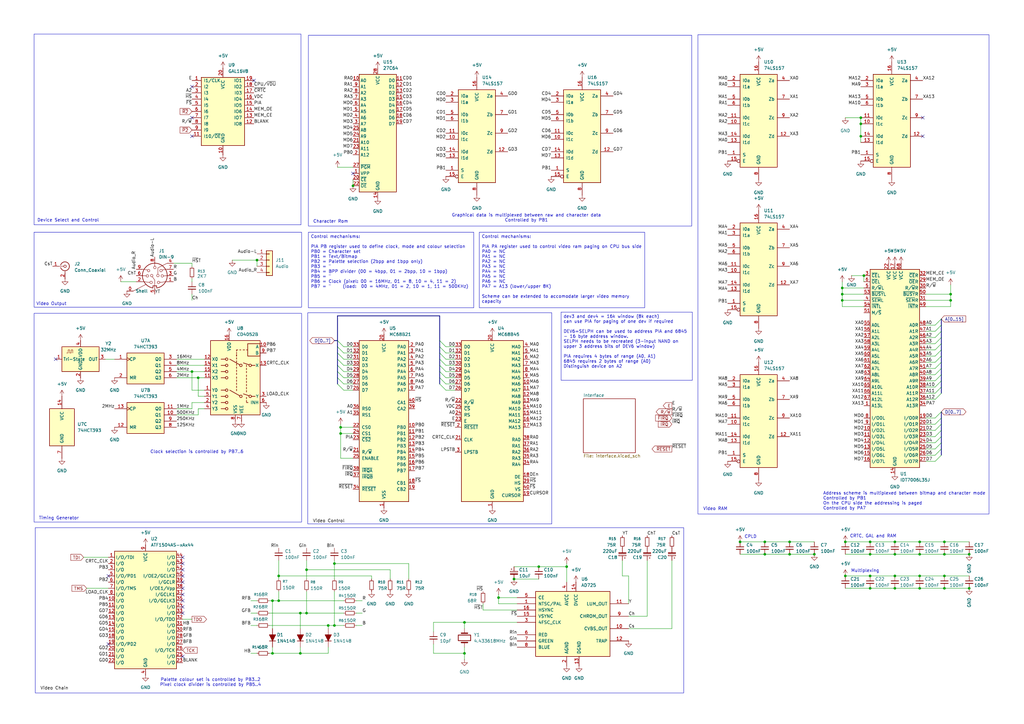
<source format=kicad_sch>
(kicad_sch (version 20250114) (generator "eeschema") (generator_version "9.0")
  (paper "A3")
  (title_block (title "SBC6309 System 2 Video Board") (date "2025-12-03") (rev "Rev1.0"))
  (rectangle (start 13.97 95.25) (end 123.698 125.984))
  (rectangle (start 13.97 128.524) (end 123.698 214.122))
  (rectangle (start 14.478 216.408) (end 280.416 284.226))
  (rectangle (start 126.238 128.27) (end 226.314 214.884))
  (rectangle (start 126.492 14.478) (end 283.718 92.71))
  (rectangle (start 286.258 14.224) (end 405.638 210.82))
  (rectangle (start 13.97 13.97) (end 123.444 92.202))
  (text "Character Rom" (at 135.636 90.932 0) (effects (font (size 1.27 1.27))))
  (text "Multiplexing" (at 354.838 234.188 0) (effects (font (size 1.27 1.27))))
  (text "Video RAM" (at 293.37 208.788 0) (effects (font (size 1.27 1.27))))
  (text "Video Output" (at 21.082 124.714 0) (effects (font (size 1.27 1.27))))
  (text "Clock selection is controlled by PB7..6" (at 80.772 185.42 0) (effects (font (size 1.27 1.27))))
  (text "CPLD" (at 307.848 220.218 0) (effects (font (size 1.27 1.27))))
  (text "Graphical data is multiplexed between raw and character data\nControlled by PB1" (at 215.9 89.408 0) (effects (font (size 1.27 1.27))))
  (text "CRTC, GAL and RAM" (at 358.14 219.964 0) (effects (font (size 1.27 1.27))))
  (text "Timing Generator" (at 24.13 212.598 0) (effects (font (size 1.27 1.27))))
  (text "Palette colour set is controlled by PB3..2\nPixel clock divider is controlled by PB5..4" (at 86.36 279.908 0) (effects (font (size 1.27 1.27))))
  (text "Address scheme is multiplexed between bitmap and character mode\nControlled by PB1\nOn the CPU side the addressing is paged\nControlled by PA7" (at 337.566 205.486 0) (effects (font (size 1.27 1.27)) (justify left)))
  (text "Device Select and Control" (at 27.94 90.424 0) (effects (font (size 1.27 1.27))))
  (text_box "Control mechanisms:\n\nPIA PB register used to define clock, mode and colour selection\nPB0 = Character set\nPB1 = Text/Bitmap\nPB2 = Palette selection (2bpp and 1bpp only)\nPB3 = \"\nPB4 = BPP divider (00 = 4bpp, 01 = 2bpp, 10 = 1bpp)\nPB5 = \"\nPB6 = Clock (pixel: 00 = 16MHz, 01 = 8, 10 = 4, 11 = 2)\nPB7 = \"     (load:  00 = 4MHz, 01 = 2, 10 = 1, 11 = 500KHz)" (at 126.492 95.25 0) (size 67.818 30.988) (margins 0.9525 0.9525 0.9525 0.9525) (effects (font (size 1.27 1.27)) (justify left top)))
  (text_box "dev3 and dev4 = 16k window (8k each)\ncan use PIA for paging of one dev if required\n\nDEV6=SELPH can be used to address PIA and 6845 - 16 byte address window. \nSELPH needs to be recreated (3-input NAND on upper 3 address bits of DEV6 window)\n\nPIA requires 4 bytes of range (A0, A1)\n6845 requires 2 bytes of range (A0)\nDistinguish device on A2" (at 230.124 128.016 0) (size 53.848 27.94) (margins 0.9525 0.9525 0.9525 0.9525) (effects (font (size 1.27 1.27)) (justify left top)))
  (text_box "Control mechanisms:\n\nPIA PA register used to control video ram paging on CPU bus side\nPA0 = NC\nPA1 = NC\nPA2 = NC\nPA3 = NC\nPA4 = NC\nPA5 = NC\nPA6 = NC\nPA7 = A13 (lower/upper 8K)\n\nScheme can be extended to accomodate larger video memory capacity" (at 196.596 95.25 0) (size 67.818 30.988) (margins 0.9525 0.9525 0.9525 0.9525) (effects (font (size 1.27 1.27)) (justify left top)))
  (junction (at 389.89 123.19))
  (junction (at 356.87 241.3))
  (junction (at 397.51 227.33))
  (junction (at 353.06 48.26))
  (junction (at 353.06 55.88))
  (junction (at 190.5 267.97))
  (junction (at 125.73 233.68))
  (junction (at 387.35 241.3))
  (junction (at 139.7 177.8))
  (junction (at 313.69 222.25))
  (junction (at 356.87 227.33))
  (junction (at 387.35 236.22))
  (junction (at 387.35 227.33))
  (junction (at 356.87 222.25))
  (junction (at 323.85 222.25))
  (junction (at 105.41 106.68))
  (junction (at 111.76 246.38))
  (junction (at 345.44 118.11))
  (junction (at 123.19 251.46))
  (junction (at 220.98 232.41))
  (junction (at 397.51 241.3))
  (junction (at 144.78 76.2))
  (junction (at 367.03 227.33))
  (junction (at 78.74 152.4))
  (junction (at 354.33 113.03))
  (junction (at 367.03 241.3))
  (junction (at 346.71 222.25))
  (junction (at 137.16 231.14))
  (junction (at 123.19 267.97))
  (junction (at 356.87 236.22))
  (junction (at 210.82 237.49))
  (junction (at 137.16 256.54))
  (junction (at 125.73 251.46))
  (junction (at 114.3 236.22))
  (junction (at 345.44 120.65))
  (junction (at 377.19 241.3))
  (junction (at 377.19 227.33))
  (junction (at 139.7 175.26))
  (junction (at 377.19 222.25))
  (junction (at 367.03 222.25))
  (junction (at 114.3 246.38))
  (junction (at 204.47 245.11))
  (junction (at 232.41 232.41))
  (junction (at 377.19 236.22))
  (junction (at 313.69 227.33))
  (junction (at 345.44 123.19))
  (junction (at 353.06 50.8))
  (junction (at 387.35 222.25))
  (junction (at 389.89 120.65))
  (junction (at 111.76 267.97))
  (junction (at 346.71 236.22))
  (junction (at 81.28 154.94))
  (junction (at 367.03 236.22))
  (junction (at 323.85 227.33))
  (junction (at 334.01 227.33))
  (junction (at 190.5 255.27))
  (junction (at 303.53 222.25))
  (junction (at 134.62 256.54))
  (no_connect (at 74.93 243.84))
  (no_connect (at 378.46 55.88))
  (no_connect (at 78.74 55.88))
  (no_connect (at 104.14 33.02))
  (no_connect (at 74.93 228.6))
  (no_connect (at 74.93 238.76))
  (no_connect (at 44.45 264.16))
  (no_connect (at 78.74 48.26))
  (no_connect (at 74.93 236.22))
  (no_connect (at 74.93 269.24))
  (no_connect (at 378.46 48.26))
  (no_connect (at 144.78 71.12))
  (no_connect (at 74.93 251.46))
  (no_connect (at 74.93 246.38))
  (no_connect (at 74.93 248.92))
  (no_connect (at 74.93 233.68))
  (no_connect (at 74.93 231.14))
  (no_connect (at 44.45 236.22))
  (no_connect (at 78.74 35.56))
  (no_connect (at 74.93 241.3))
  (no_connect (at 22.86 147.32))
  (bus_entry (at 386.08 176.53) (size -2.54 2.54))
  (bus_entry (at 386.08 133.35) (size -2.54 2.54))
  (bus_entry (at 386.08 156.21) (size -2.54 2.54))
  (bus_entry (at 180.34 157.48) (size 2.54 2.54))
  (bus_entry (at 386.08 148.59) (size -2.54 2.54))
  (bus_entry (at 386.08 146.05) (size -2.54 2.54))
  (bus_entry (at 386.08 143.51) (size -2.54 2.54))
  (bus_entry (at 386.08 135.89) (size -2.54 2.54))
  (bus_entry (at 138.43 152.4) (size 2.54 2.54))
  (bus_entry (at 180.34 144.78) (size 2.54 2.54))
  (bus_entry (at 386.08 161.29) (size -2.54 2.54))
  (bus_entry (at 138.43 144.78) (size 2.54 2.54))
  (bus_entry (at 180.34 147.32) (size 2.54 2.54))
  (bus_entry (at 386.08 140.97) (size -2.54 2.54))
  (bus_entry (at 138.43 149.86) (size 2.54 2.54))
  (bus_entry (at 138.43 139.7) (size 2.54 2.54))
  (bus_entry (at 386.08 171.45) (size -2.54 2.54))
  (bus_entry (at 386.08 184.15) (size -2.54 2.54))
  (bus_entry (at 386.08 173.99) (size -2.54 2.54))
  (bus_entry (at 138.43 142.24) (size 2.54 2.54))
  (bus_entry (at 138.43 147.32) (size 2.54 2.54))
  (bus_entry (at 180.34 142.24) (size 2.54 2.54))
  (bus_entry (at 180.34 154.94) (size 2.54 2.54))
  (bus_entry (at 386.08 151.13) (size -2.54 2.54))
  (bus_entry (at 180.34 139.7) (size 2.54 2.54))
  (bus_entry (at 386.08 138.43) (size -2.54 2.54))
  (bus_entry (at 180.34 152.4) (size 2.54 2.54))
  (bus_entry (at 138.43 154.94) (size 2.54 2.54))
  (bus_entry (at 386.08 181.61) (size -2.54 2.54))
  (bus_entry (at 386.08 186.69) (size -2.54 2.54))
  (bus_entry (at 386.08 130.81) (size -2.54 2.54))
  (bus_entry (at 386.08 179.07) (size -2.54 2.54))
  (bus_entry (at 386.08 153.67) (size -2.54 2.54))
  (bus_entry (at 386.08 168.91) (size -2.54 2.54))
  (bus_entry (at 180.34 149.86) (size 2.54 2.54))
  (bus_entry (at 386.08 158.75) (size -2.54 2.54))
  (bus_entry (at 138.43 157.48) (size 2.54 2.54))
  (wire (pts (xy 232.41 231.14) (xy 232.41 232.41)))
  (wire (pts (xy 379.73 148.59) (xy 383.54 148.59)))
  (wire (pts (xy 125.73 237.49) (xy 125.73 233.68)))
  (wire (pts (xy 190.5 265.43) (xy 190.5 267.97)))
  (bus (pts (xy 386.08 133.35) (xy 386.08 135.89)))
  (wire (pts (xy 387.35 236.22) (xy 377.19 236.22)))
  (wire (pts (xy 105.41 106.68) (xy 95.25 106.68)))
  (wire (pts (xy 125.73 242.57) (xy 125.73 251.46)))
  (wire (pts (xy 140.97 157.48) (xy 144.78 157.48)))
  (wire (pts (xy 379.73 125.73) (xy 389.89 125.73)))
  (wire (pts (xy 81.28 154.94) (xy 81.28 162.56)))
  (wire (pts (xy 353.06 50.8) (xy 353.06 48.26)))
  (wire (pts (xy 146.05 251.46) (xy 148.59 251.46)))
  (wire (pts (xy 377.19 227.33) (xy 387.35 227.33)))
  (wire (pts (xy 114.3 236.22) (xy 114.3 229.87)))
  (bus (pts (xy 386.08 184.15) (xy 386.08 181.61)))
  (wire (pts (xy 303.53 227.33) (xy 313.69 227.33)))
  (wire (pts (xy 139.7 173.99) (xy 139.7 175.26)))
  (wire (pts (xy 78.74 152.4) (xy 83.82 152.4)))
  (wire (pts (xy 313.69 227.33) (xy 323.85 227.33)))
  (wire (pts (xy 353.06 58.42) (xy 353.06 55.88)))
  (bus (pts (xy 180.34 154.94) (xy 180.34 152.4)))
  (bus (pts (xy 180.34 157.48) (xy 180.34 154.94)))
  (bus (pts (xy 138.43 139.7) (xy 137.16 139.7)))
  (wire (pts (xy 182.88 142.24) (xy 186.69 142.24)))
  (wire (pts (xy 182.88 154.94) (xy 186.69 154.94)))
  (wire (pts (xy 379.73 143.51) (xy 383.54 143.51)))
  (wire (pts (xy 177.8 264.16) (xy 177.8 267.97)))
  (wire (pts (xy 387.35 227.33) (xy 397.51 227.33)))
  (wire (pts (xy 111.76 246.38) (xy 111.76 257.81)))
  (wire (pts (xy 110.49 256.54) (xy 134.62 256.54)))
  (wire (pts (xy 377.19 222.25) (xy 367.03 222.25)))
  (bus (pts (xy 180.34 144.78) (xy 180.34 142.24)))
  (bus (pts (xy 386.08 176.53) (xy 386.08 173.99)))
  (wire (pts (xy 323.85 222.25) (xy 334.01 222.25)))
  (wire (pts (xy 140.97 246.38) (xy 114.3 246.38)))
  (wire (pts (xy 78.74 152.4) (xy 78.74 160.02)))
  (wire (pts (xy 78.74 167.64) (xy 78.74 165.1)))
  (wire (pts (xy 72.39 154.94) (xy 81.28 154.94)))
  (wire (pts (xy 182.88 149.86) (xy 186.69 149.86)))
  (wire (pts (xy 72.39 152.4) (xy 78.74 152.4)))
  (wire (pts (xy 137.16 231.14) (xy 137.16 229.87)))
  (bus (pts (xy 138.43 152.4) (xy 138.43 149.86)))
  (wire (pts (xy 383.54 176.53) (xy 379.73 176.53)))
  (bus (pts (xy 386.08 151.13) (xy 386.08 153.67)))
  (wire (pts (xy 190.5 267.97) (xy 190.5 270.51)))
  (wire (pts (xy 367.03 222.25) (xy 356.87 222.25)))
  (wire (pts (xy 182.88 157.48) (xy 186.69 157.48)))
  (wire (pts (xy 212.09 250.19) (xy 198.12 250.19)))
  (bus (pts (xy 138.43 139.7) (xy 138.43 129.54)))
  (wire (pts (xy 140.97 152.4) (xy 144.78 152.4)))
  (wire (pts (xy 354.33 120.65) (xy 345.44 120.65)))
  (wire (pts (xy 49.53 115.57) (xy 55.88 115.57)))
  (wire (pts (xy 78.74 107.95) (xy 71.12 107.95)))
  (wire (pts (xy 123.19 251.46) (xy 123.19 257.81)))
  (wire (pts (xy 379.73 135.89) (xy 383.54 135.89)))
  (wire (pts (xy 105.41 109.22) (xy 105.41 106.68)))
  (bus (pts (xy 138.43 154.94) (xy 138.43 152.4)))
  (wire (pts (xy 110.49 251.46) (xy 123.19 251.46)))
  (wire (pts (xy 177.8 255.27) (xy 177.8 259.08)))
  (bus (pts (xy 386.08 146.05) (xy 386.08 148.59)))
  (wire (pts (xy 379.73 158.75) (xy 383.54 158.75)))
  (wire (pts (xy 379.73 133.35) (xy 383.54 133.35)))
  (wire (pts (xy 81.28 167.64) (xy 83.82 167.64)))
  (wire (pts (xy 152.4 236.22) (xy 114.3 236.22)))
  (wire (pts (xy 125.73 233.68) (xy 125.73 229.87)))
  (wire (pts (xy 389.89 125.73) (xy 389.89 123.19)))
  (wire (pts (xy 167.64 231.14) (xy 167.64 237.49)))
  (wire (pts (xy 139.7 177.8) (xy 139.7 187.96)))
  (wire (pts (xy 379.73 151.13) (xy 383.54 151.13)))
  (wire (pts (xy 78.74 254) (xy 74.93 254)))
  (wire (pts (xy 140.97 251.46) (xy 125.73 251.46)))
  (wire (pts (xy 123.19 267.97) (xy 134.62 267.97)))
  (wire (pts (xy 346.71 227.33) (xy 356.87 227.33)))
  (wire (pts (xy 345.44 115.57) (xy 345.44 118.11)))
  (wire (pts (xy 346.71 241.3) (xy 356.87 241.3)))
  (bus (pts (xy 180.34 152.4) (xy 180.34 149.86)))
  (wire (pts (xy 144.78 175.26) (xy 139.7 175.26)))
  (wire (pts (xy 190.5 255.27) (xy 190.5 257.81)))
  (bus (pts (xy 180.34 129.54) (xy 180.34 139.7)))
  (wire (pts (xy 78.74 160.02) (xy 83.82 160.02)))
  (wire (pts (xy 72.39 170.18) (xy 81.28 170.18)))
  (wire (pts (xy 111.76 246.38) (xy 114.3 246.38)))
  (wire (pts (xy 152.4 237.49) (xy 152.4 236.22)))
  (wire (pts (xy 34.29 228.6) (xy 44.45 228.6)))
  (wire (pts (xy 114.3 236.22) (xy 114.3 237.49)))
  (wire (pts (xy 383.54 184.15) (xy 379.73 184.15)))
  (wire (pts (xy 140.97 154.94) (xy 144.78 154.94)))
  (wire (pts (xy 356.87 222.25) (xy 346.71 222.25)))
  (wire (pts (xy 138.43 68.58) (xy 144.78 68.58)))
  (wire (pts (xy 379.73 140.97) (xy 383.54 140.97)))
  (wire (pts (xy 72.39 167.64) (xy 78.74 167.64)))
  (bus (pts (xy 386.08 181.61) (xy 386.08 179.07)))
  (bus (pts (xy 138.43 129.54) (xy 180.34 129.54)))
  (wire (pts (xy 148.59 246.38) (xy 146.05 246.38)))
  (wire (pts (xy 105.41 267.97) (xy 102.87 267.97)))
  (wire (pts (xy 137.16 256.54) (xy 134.62 256.54)))
  (wire (pts (xy 160.02 233.68) (xy 160.02 237.49)))
  (wire (pts (xy 255.27 236.22) (xy 255.27 229.87)))
  (wire (pts (xy 353.06 55.88) (xy 353.06 50.8)))
  (wire (pts (xy 379.73 163.83) (xy 383.54 163.83)))
  (bus (pts (xy 386.08 140.97) (xy 386.08 143.51)))
  (wire (pts (xy 137.16 231.14) (xy 167.64 231.14)))
  (wire (pts (xy 123.19 251.46) (xy 125.73 251.46)))
  (wire (pts (xy 182.88 144.78) (xy 186.69 144.78)))
  (wire (pts (xy 102.87 251.46) (xy 105.41 251.46)))
  (bus (pts (xy 386.08 171.45) (xy 386.08 168.91)))
  (wire (pts (xy 379.73 161.29) (xy 383.54 161.29)))
  (wire (pts (xy 356.87 227.33) (xy 367.03 227.33)))
  (wire (pts (xy 114.3 242.57) (xy 114.3 246.38)))
  (wire (pts (xy 140.97 149.86) (xy 144.78 149.86)))
  (bus (pts (xy 386.08 156.21) (xy 386.08 158.75)))
  (wire (pts (xy 139.7 175.26) (xy 139.7 177.8)))
  (wire (pts (xy 111.76 267.97) (xy 110.49 267.97)))
  (wire (pts (xy 81.28 170.18) (xy 81.28 167.64)))
  (wire (pts (xy 137.16 242.57) (xy 137.16 256.54)))
  (bus (pts (xy 386.08 186.69) (xy 386.08 184.15)))
  (wire (pts (xy 379.73 138.43) (xy 383.54 138.43)))
  (wire (pts (xy 349.25 113.03) (xy 354.33 113.03)))
  (wire (pts (xy 220.98 232.41) (xy 210.82 232.41)))
  (bus (pts (xy 180.34 149.86) (xy 180.34 147.32)))
  (wire (pts (xy 265.43 252.73) (xy 265.43 229.87)))
  (wire (pts (xy 204.47 243.84) (xy 204.47 245.11)))
  (wire (pts (xy 383.54 179.07) (xy 379.73 179.07)))
  (wire (pts (xy 146.05 256.54) (xy 148.59 256.54)))
  (bus (pts (xy 138.43 142.24) (xy 138.43 139.7)))
  (wire (pts (xy 190.5 255.27) (xy 212.09 255.27)))
  (wire (pts (xy 257.81 236.22) (xy 255.27 236.22)))
  (bus (pts (xy 386.08 153.67) (xy 386.08 156.21)))
  (wire (pts (xy 182.88 160.02) (xy 186.69 160.02)))
  (wire (pts (xy 144.78 177.8) (xy 139.7 177.8)))
  (wire (pts (xy 212.09 247.65) (xy 204.47 247.65)))
  (wire (pts (xy 78.74 115.57) (xy 78.74 114.3)))
  (wire (pts (xy 134.62 265.43) (xy 134.62 267.97)))
  (wire (pts (xy 257.81 247.65) (xy 257.81 236.22)))
  (wire (pts (xy 379.73 153.67) (xy 383.54 153.67)))
  (wire (pts (xy 78.74 120.65) (xy 78.74 123.19)))
  (wire (pts (xy 83.82 149.86) (xy 72.39 149.86)))
  (wire (pts (xy 383.54 171.45) (xy 379.73 171.45)))
  (wire (pts (xy 140.97 160.02) (xy 144.78 160.02)))
  (bus (pts (xy 386.08 135.89) (xy 386.08 138.43)))
  (wire (pts (xy 102.87 246.38) (xy 105.41 246.38)))
  (wire (pts (xy 212.09 245.11) (xy 204.47 245.11)))
  (wire (pts (xy 137.16 237.49) (xy 137.16 231.14)))
  (wire (pts (xy 232.41 232.41) (xy 232.41 238.76)))
  (wire (pts (xy 387.35 222.25) (xy 377.19 222.25)))
  (wire (pts (xy 367.03 236.22) (xy 356.87 236.22)))
  (wire (pts (xy 383.54 181.61) (xy 379.73 181.61)))
  (wire (pts (xy 140.97 142.24) (xy 144.78 142.24)))
  (wire (pts (xy 134.62 256.54) (xy 134.62 257.81)))
  (wire (pts (xy 313.69 222.25) (xy 323.85 222.25)))
  (bus (pts (xy 386.08 138.43) (xy 386.08 140.97)))
  (wire (pts (xy 345.44 120.65) (xy 345.44 118.11)))
  (bus (pts (xy 138.43 147.32) (xy 138.43 144.78)))
  (wire (pts (xy 345.44 125.73) (xy 345.44 123.19)))
  (wire (pts (xy 354.33 118.11) (xy 345.44 118.11)))
  (wire (pts (xy 354.33 123.19) (xy 345.44 123.19)))
  (bus (pts (xy 180.34 142.24) (xy 180.34 139.7)))
  (bus (pts (xy 138.43 149.86) (xy 138.43 147.32)))
  (bus (pts (xy 138.43 157.48) (xy 138.43 154.94)))
  (wire (pts (xy 257.81 252.73) (xy 265.43 252.73)))
  (wire (pts (xy 140.97 256.54) (xy 137.16 256.54)))
  (wire (pts (xy 220.98 237.49) (xy 210.82 237.49)))
  (wire (pts (xy 377.19 241.3) (xy 387.35 241.3)))
  (wire (pts (xy 257.81 257.81) (xy 275.59 257.81)))
  (wire (pts (xy 110.49 246.38) (xy 111.76 246.38)))
  (wire (pts (xy 356.87 236.22) (xy 346.71 236.22)))
  (wire (pts (xy 354.33 125.73) (xy 345.44 125.73)))
  (wire (pts (xy 204.47 245.11) (xy 204.47 247.65)))
  (wire (pts (xy 190.5 255.27) (xy 177.8 255.27)))
  (wire (pts (xy 383.54 173.99) (xy 379.73 173.99)))
  (wire (pts (xy 177.8 267.97) (xy 190.5 267.97)))
  (wire (pts (xy 367.03 241.3) (xy 377.19 241.3)))
  (bus (pts (xy 138.43 144.78) (xy 138.43 142.24)))
  (wire (pts (xy 72.39 147.32) (xy 83.82 147.32)))
  (wire (pts (xy 389.89 120.65) (xy 389.89 116.84)))
  (wire (pts (xy 275.59 257.81) (xy 275.59 229.87)))
  (wire (pts (xy 387.35 241.3) (xy 397.51 241.3)))
  (bus (pts (xy 386.08 130.81) (xy 386.08 133.35)))
  (wire (pts (xy 111.76 267.97) (xy 123.19 267.97)))
  (wire (pts (xy 140.97 147.32) (xy 144.78 147.32)))
  (bus (pts (xy 386.08 179.07) (xy 386.08 176.53)))
  (wire (pts (xy 379.73 146.05) (xy 383.54 146.05)))
  (wire (pts (xy 323.85 227.33) (xy 334.01 227.33)))
  (bus (pts (xy 386.08 148.59) (xy 386.08 151.13)))
  (wire (pts (xy 198.12 250.19) (xy 198.12 247.65)))
  (wire (pts (xy 397.51 236.22) (xy 387.35 236.22)))
  (wire (pts (xy 144.78 73.66) (xy 144.78 76.2)))
  (wire (pts (xy 78.74 109.22) (xy 78.74 107.95)))
  (wire (pts (xy 389.89 123.19) (xy 389.89 120.65)))
  (wire (pts (xy 354.33 115.57) (xy 354.33 113.03)))
  (wire (pts (xy 111.76 265.43) (xy 111.76 267.97)))
  (bus (pts (xy 180.34 147.32) (xy 180.34 144.78)))
  (wire (pts (xy 379.73 156.21) (xy 383.54 156.21)))
  (wire (pts (xy 383.54 186.69) (xy 379.73 186.69)))
  (wire (pts (xy 345.44 123.19) (xy 345.44 120.65)))
  (bus (pts (xy 386.08 143.51) (xy 386.08 146.05)))
  (wire (pts (xy 182.88 152.4) (xy 186.69 152.4)))
  (wire (pts (xy 379.73 120.65) (xy 389.89 120.65)))
  (wire (pts (xy 43.18 147.32) (xy 46.99 147.32)))
  (wire (pts (xy 356.87 241.3) (xy 367.03 241.3)))
  (wire (pts (xy 232.41 232.41) (xy 220.98 232.41)))
  (bus (pts (xy 386.08 158.75) (xy 386.08 161.29)))
  (wire (pts (xy 81.28 154.94) (xy 83.82 154.94)))
  (wire (pts (xy 78.74 165.1) (xy 83.82 165.1)))
  (wire (pts (xy 139.7 187.96) (xy 144.78 187.96)))
  (wire (pts (xy 346.71 48.26) (xy 353.06 48.26)))
  (wire (pts (xy 123.19 265.43) (xy 123.19 267.97)))
  (bus (pts (xy 386.08 173.99) (xy 386.08 171.45)))
  (wire (pts (xy 367.03 227.33) (xy 377.19 227.33)))
  (wire (pts (xy 35.56 241.3) (xy 44.45 241.3)))
  (wire (pts (xy 383.54 189.23) (xy 379.73 189.23)))
  (wire (pts (xy 182.88 147.32) (xy 186.69 147.32)))
  (wire (pts (xy 140.97 144.78) (xy 144.78 144.78)))
  (wire (pts (xy 125.73 233.68) (xy 160.02 233.68)))
  (wire (pts (xy 379.73 123.19) (xy 389.89 123.19)))
  (wire (pts (xy 377.19 236.22) (xy 367.03 236.22)))
  (wire (pts (xy 102.87 256.54) (xy 105.41 256.54)))
  (wire (pts (xy 303.53 222.25) (xy 313.69 222.25)))
  (wire (pts (xy 81.28 162.56) (xy 83.82 162.56)))
  (wire (pts (xy 397.51 222.25) (xy 387.35 222.25)))
  (label "Ch" (at 78.74 123.19 0))
  (label "MD4" (at 226.06 41.91 180))
  (label "CD5" (at 165.1 45.72 0))
  (label "MA12" (at 353.06 33.02 180))
  (label "RA1" (at 298.45 43.18 180))
  (label "A0" (at 186.69 170.18 180))
  (label "MA1" (at 298.45 96.52 180))
  (label "D0" (at 144.78 142.24 180))
  (label "GD3" (at 208.28 62.23 0))
  (label "PB5" (at 170.18 187.96 0))
  (label "CD1" (at 165.1 35.56 0))
  (label "GD1" (at 208.28 46.99 0))
  (label "Rin" (at 212.09 260.35 180))
  (label "~{FS}" (at 217.17 200.66 0))
  (label "GD0" (at 208.28 39.37 0))
  (label "ChT" (at 265.43 219.71 0))
  (label "~{FIRQ}" (at 275.59 171.45 0))
  (label "R{slash}~{W}" (at 186.69 165.1 180))
  (label "E" (at 275.59 166.37 0))
  (label "D5" (at 186.69 154.94 180))
  (label "LOAD_CLK" (at 44.45 243.84 180))
  (label "CD0" (at 165.1 33.02 0))
  (label "XA1" (at 354.33 135.89 180))
  (label "PB2" (at 170.18 180.34 0))
  (label "MA6" (at 217.17 157.48 0))
  (label "A3" (at 379.73 140.97 0))
  (label "~{HS}" (at 217.17 198.12 0))
  (label "R{slash}~{W}" (at 275.59 168.91 0))
  (label "GD4" (at 44.45 259.08 180))
  (label "XA3" (at 323.85 55.88 0))
  (label "CRTC_CLK" (at 44.45 231.14 180))
  (label "MD1" (at 354.33 173.99 180))
  (label "~{HS}" (at 170.18 165.1 0))
  (label "PB7" (at 109.22 144.78 0))
  (label "CURSOR" (at 217.17 203.2 0))
  (label "GD7" (at 251.46 62.23 0))
  (label "GD6" (at 44.45 254 180))
  (label "MD4" (at 354.33 181.61 180))
  (label "XA7" (at 354.33 151.13 180))
  (label "250KHz" (at 72.39 172.72 0))
  (label "GFB" (at 74.93 261.62 0))
  (label "RA1" (at 217.17 182.88 0))
  (label "A8" (at 379.73 153.67 0))
  (label "A4" (at 379.73 143.51 0))
  (label "MA13" (at 353.06 40.64 180))
  (label "D1" (at 144.78 144.78 180))
  (label "E" (at 78.74 33.02 180))
  (label "XA10" (at 354.33 158.75 180))
  (label "MEM_OE" (at 379.73 115.57 0))
  (label "VDC" (at 104.14 40.64 0))
  (label "A0" (at 379.73 133.35 0))
  (label "2MHz" (at 46.99 167.64 180))
  (label "D1" (at 186.69 144.78 180))
  (label "MA8" (at 298.45 156.21 180))
  (label "D4" (at 186.69 152.4 180))
  (label "LPSTB" (at 186.69 185.42 180))
  (label "RFB" (at 102.87 246.38 180))
  (label "MD5" (at 354.33 184.15 180))
  (label "~{HS}T" (at 198.12 250.19 180))
  (label "MA11" (at 217.17 170.18 0))
  (label "GD4" (at 251.46 39.37 0))
  (label "CRTC_CLK" (at 109.22 149.86 0))
  (label "MD3" (at 144.78 50.8 180))
  (label "~{HS}" (at 78.74 40.64 180))
  (label "RA3" (at 144.78 40.64 180))
  (label "XA12" (at 354.33 163.83 180))
  (label "D1" (at 379.73 173.99 0))
  (label "MA4" (at 298.45 119.38 180))
  (label "CD1" (at 182.88 46.99 180))
  (label "RA0" (at 144.78 33.02 180))
  (label "A0" (at 144.78 167.64 180))
  (label "MA4" (at 217.17 152.4 0))
  (label "GD5" (at 44.45 256.54 180))
  (label "MA0" (at 217.17 142.24 0))
  (label "Gin" (at 125.73 224.79 180))
  (label "A1" (at 144.78 170.18 180))
  (label "MD1" (at 182.88 49.53 180))
  (label "16MHz" (at 72.39 147.32 0))
  (label "R{slash}~{W}" (at 78.74 50.8 180))
  (label "XA1" (at 323.85 40.64 0))
  (label "PA1" (at 170.18 144.78 0))
  (label "PB4" (at 170.18 185.42 0))
  (label "MD0" (at 354.33 171.45 180))
  (label "~{FS}" (at 212.09 252.73 180))
  (label "PA0" (at 170.18 142.24 0))
  (label "PB1" (at 298.45 186.69 180))
  (label "MA9" (at 217.17 165.1 0))
  (label "~{RESET}" (at 275.59 184.15 0))
  (label "A1" (at 379.73 135.89 0))
  (label "~{CRTC}" (at 104.14 38.1 0))
  (label "A10" (at 379.73 158.75 0))
  (label "RA2" (at 298.45 50.8 180))
  (label "PIA" (at 104.14 43.18 0))
  (label "MA7" (at 217.17 160.02 0))
  (label "VDC" (at 186.69 167.64 180))
  (label "MA10" (at 298.45 171.45 180))
  (label "PB1" (at 298.45 63.5 180))
  (label "RA4" (at 217.17 190.5 0))
  (label "CPU{slash}~{VDU}" (at 104.14 35.56 0))
  (label "MA3" (at 298.45 111.76 180))
  (label "MA5" (at 298.45 158.75 180))
  (label "PB3" (at 170.18 182.88 0))
  (label "YT" (at 63.5 120.65 0))
  (label "D4" (at 379.73 181.61 0))
  (label "MA0" (at 298.45 58.42 180))
  (label "GD6" (at 251.46 54.61 0))
  (label "~{FS}" (at 170.18 198.12 0))
  (label "R" (at 71.12 110.49 0))
  (label "MA5" (at 298.45 101.6 180))
  (label "~{RESET}" (at 144.78 200.66 180))
  (label "Bin" (at 137.16 224.79 180))
  (label "MD6" (at 354.33 186.69 180))
  (label "D2" (at 144.78 147.32 180))
  (label "XA8" (at 323.85 156.21 0))
  (label "D0" (at 186.69 142.24 180))
  (label "RA1" (at 144.78 35.56 180))
  (label "PB4" (at 44.45 246.38 180))
  (label "Cs" (at 257.81 257.81 0))
  (label "CD2" (at 165.1 38.1 0))
  (label "~{IRQ}" (at 144.78 195.58 180))
  (label "~{FS}" (at 78.74 43.18 180))
  (label "Audio_R" (at 55.88 110.49 90))
  (label "BLANK" (at 104.14 50.8 0))
  (label "~{FIRQ}" (at 144.78 193.04 180))
  (label "D5" (at 379.73 184.15 0))
  (label "MD3" (at 354.33 179.07 180))
  (label "D7" (at 379.73 189.23 0))
  (label "D6" (at 379.73 186.69 0))
  (label "XA5" (at 354.33 146.05 180))
  (label "PB1" (at 298.45 124.46 180))
  (label "MEM_CE" (at 104.14 48.26 0))
  (label "MD6" (at 226.06 57.15 180))
  (label "Y" (at 257.81 247.65 0))
  (label "XA4" (at 354.33 143.51 180))
  (label "MA5" (at 217.17 154.94 0))
  (label "CD6" (at 165.1 48.26 0))
  (label "A12" (at 379.73 163.83 0))
  (label "BFB" (at 102.87 256.54 180))
  (label "Bin" (at 212.09 265.43 180))
  (label "D3" (at 144.78 149.86 180))
  (label "A7" (at 379.73 151.13 0))
  (label "GFB" (at 102.87 251.46 180))
  (label "HB" (at 102.87 267.97 180))
  (label "~{HS}T" (at 78.74 107.95 0))
  (label "D6" (at 144.78 157.48 180))
  (label "MA3" (at 298.45 55.88 180))
  (label "PA3" (at 170.18 149.86 0))
  (label "PB2" (at 44.45 238.76 180))
  (label "ChT" (at 55.88 113.03 180))
  (label "PA6" (at 170.18 157.48 0))
  (label "MA7" (at 298.45 173.99 180))
  (label "~{RESET}" (at 186.69 175.26 180))
  (label "PB1" (at 170.18 177.8 0))
  (label "XA0" (at 354.33 133.35 180))
  (label "XA5" (at 323.85 101.6 0))
  (label "G" (at 71.12 113.03 0))
  (label "MD4" (at 144.78 53.34 180))
  (label "A2" (at 379.73 138.43 0))
  (label "D5" (at 144.78 154.94 180))
  (label "RA2" (at 217.17 185.42 0))
  (label "MD7" (at 144.78 60.96 180))
  (label "BFB" (at 74.93 264.16 0))
  (label "MA4" (at 298.45 93.98 180))
  (label "XA7" (at 323.85 116.84 0))
  (label "PB1" (at 353.06 63.5 180))
  (label "MA12" (at 217.17 172.72 0))
  (label "D4" (at 144.78 152.4 180))
  (label "CD7" (at 226.06 62.23 180))
  (label "G" (at 148.59 251.46 0))
  (label "D2" (at 186.69 147.32 180))
  (label "8MHz" (at 72.39 149.86 0))
  (label "MD5" (at 226.06 49.53 180))
  (label "XA12" (at 378.46 33.02 0))
  (label "MA1" (at 298.45 40.64 180))
  (label "MA6" (at 298.45 166.37 180))
  (label "RA3" (at 217.17 187.96 0))
  (label "D6" (at 186.69 157.48 180))
  (label "1MHz" (at 72.39 167.64 0))
  (label "2MHz" (at 72.39 154.94 0))
  (label "MA2" (at 298.45 48.26 180))
  (label "XA10" (at 323.85 171.45 0))
  (label "GD0" (at 44.45 271.78 180))
  (label "XA13" (at 378.46 40.64 0))
  (label "XA0" (at 323.85 33.02 0))
  (label "XA4" (at 323.85 93.98 0))
  (label "XA13" (at 354.33 166.37 180))
  (label "A9" (at 379.73 156.21 0))
  (label "~{IRQ}" (at 275.59 173.99 0))
  (label "Ch" (at 257.81 252.73 0))
  (label "MEM_OE" (at 104.14 45.72 0))
  (label "MD3" (at 182.88 64.77 180))
  (label "MD2" (at 182.88 57.15 180))
  (label "CD3" (at 165.1 40.64 0))
  (label "CD6" (at 226.06 54.61 180))
  (label "MD5" (at 144.78 55.88 180))
  (label "Audio-L" (at 105.41 104.14 180))
  (label "GD7" (at 44.45 251.46 180))
  (label "PB1" (at 226.06 69.85 180))
  (label "GD3" (at 44.45 261.62 180))
  (label "MA7" (at 298.45 116.84 180))
  (label "MA10" (at 353.06 43.18 180))
  (label "Video Control" (at 128.27 214.63 0))
  (label "CsT" (at 275.59 219.71 0))
  (label "A5" (at 379.73 146.05 0))
  (label "A11" (at 379.73 161.29 0))
  (label "E" (at 186.69 172.72 180))
  (label "MA1" (at 217.17 144.78 0))
  (label "MA8" (at 298.45 181.61 180))
  (label "MA9" (at 298.45 163.83 180))
  (label "B" (at 71.12 115.57 0))
  (label "MD1" (at 144.78 45.72 180))
  (label "MA10" (at 217.17 167.64 0))
  (label "XA11" (at 354.33 161.29 180))
  (label "HB" (at 74.93 256.54 0))
  (label "MD0" (at 144.78 43.18 180))
  (label "XA8" (at 354.33 153.67 180))
  (label "MA13" (at 217.17 175.26 0))
  (label "PA4" (at 170.18 152.4 0))
  (label "Audio-L" (at 63.5 105.41 90))
  (label "PB5" (at 44.45 248.92 180))
  (label "D0" (at 379.73 171.45 0))
  (label "PB7" (at 170.18 193.04 0))
  (label "CD7" (at 165.1 50.8 0))
  (label "CD4" (at 165.1 43.18 0))
  (label "YT" (at 255.27 219.71 0))
  (label "Gin" (at 212.09 262.89 180))
  (label "D7" (at 144.78 160.02 180))
  (label "PA5" (at 170.18 154.94 0))
  (label "MD0" (at 182.88 41.91 180))
  (label "CD3" (at 182.88 62.23 180))
  (label "125KHz" (at 72.39 175.26 0))
  (label "XA2" (at 354.33 138.43 180))
  (label "R" (at 148.59 246.38 0))
  (label "PIA" (at 144.78 180.34 180))
  (label "MA2" (at 298.45 104.14 180))
  (label "XA2" (at 323.85 48.26 0))
  (label "MEM_CE" (at 379.73 113.03 0))
  (label "GD2" (at 44.45 266.7 180))
  (label "PA7" (at 379.73 166.37 0))
  (label "CD2" (at 182.88 54.61 180))
  (label "BLANK" (at 74.93 271.78 0))
  (label "CD0" (at 182.88 39.37 180))
  (label "PA7" (at 170.18 160.02 0))
  (label "MD7" (at 354.33 189.23 180))
  (label "MA6" (at 298.45 109.22 180))
  (label "PB0" (at 170.18 175.26 0))
  (label "PB1" (at 182.88 69.85 180))
  (label "D3" (at 186.69 149.86 180))
  (label "MD6" (at 144.78 58.42 180))
  (label "MD2" (at 144.78 48.26 180))
  (label "XA6" (at 323.85 109.22 0))
  (label "~{HS}" (at 198.12 242.57 180))
  (label "XA6" (at 354.33 148.59 180))
  (label "XA9" (at 323.85 163.83 0))
  (label "CD5" (at 226.06 46.99 180))
  (label "RA2" (at 144.78 38.1 180))
  (label "4MHz" (at 72.39 152.4 0))
  (label "MD2" (at 354.33 176.53 180))
  (label "MA11" (at 298.45 179.07 180))
  (label "PB6" (at 170.18 190.5 0))
  (label "PB6" (at 109.22 142.24 0))
  (label "CRTC_CLK" (at 186.69 180.34 180))
  (label "PB3" (at 44.45 233.68 180))
  (label "GD5" (at 251.46 46.99 0))
  (label "XA3" (at 354.33 140.97 180))
  (label "B" (at 148.59 256.54 0))
  (label "RA0" (at 298.45 35.56 180))
  (label "R{slash}~{W}" (at 144.78 185.42 180))
  (label "MA0" (at 298.45 33.02 180))
  (label "R{slash}~{W}" (at 379.73 118.11 0))
  (label "500KHz" (at 72.39 170.18 0))
  (label "GD1" (at 44.45 269.24 180))
  (label "Audio_R" (at 105.41 111.76 180))
  (label "Rin" (at 114.3 224.79 180))
  (label "MA9" (at 353.06 35.56 180))
  (label "RA0" (at 217.17 180.34 0))
  (label "MA2" (at 217.17 147.32 0))
  (label "D3" (at 379.73 179.07 0))
  (label "MD7" (at 226.06 64.77 180))
  (label "CD4" (at 226.06 39.37 180))
  (label "DEn" (at 217.17 195.58 0))
  (label "A2" (at 78.74 38.1 180))
  (label "A6" (at 379.73 148.59 0))
  (label "PB0" (at 144.78 63.5 180))
  (label "MA8" (at 217.17 162.56 0))
  (label "XA11" (at 323.85 179.07 0))
  (label "XA9" (at 354.33 156.21 180))
  (label "CsT" (at 21.59 109.22 180))
  (label "GD2" (at 208.28 54.61 0))
  (label "LOAD_CLK" (at 109.22 162.56 0))
  (label "PA2" (at 170.18 147.32 0))
  (label "Video Chain" (at 16.51 283.21 0))
  (label "D7" (at 186.69 160.02 180))
  (label "RFB" (at 74.93 259.08 0))
  (label "MA3" (at 217.17 149.86 0))
  (label "D2" (at 379.73 176.53 0))
  (global_label "~{RESET}" (shape output) (at 275.59 184.15 180) (property "Intersheetrefs" "${INTERSHEET_REFS}" (effects (hide yes))))
  (global_label "D[0..7]" (shape bidirectional) (at 137.16 139.7 180) (property "Intersheetrefs" "${INTERSHEET_REFS}" (effects (hide yes))))
  (global_label "R{slash}~{W}" (shape output) (at 275.59 168.91 180) (property "Intersheetrefs" "${INTERSHEET_REFS}" (effects (hide yes))))
  (global_label "~{R2}" (shape input) (at 78.74 45.72 180) (property "Intersheetrefs" "${INTERSHEET_REFS}" (effects (hide yes))))
  (global_label "TDO" (shape output) (at 78.74 254 0) (property "Intersheetrefs" "${INTERSHEET_REFS}" (effects (hide yes))))
  (global_label "D[0..7]" (shape bidirectional) (at 386.08 168.91 0) (property "Intersheetrefs" "${INTERSHEET_REFS}" (effects (hide yes))))
  (global_label "TDI" (shape input) (at 34.29 228.6 180) (property "Intersheetrefs" "${INTERSHEET_REFS}" (effects (hide yes))))
  (global_label "~{P2}" (shape input) (at 78.74 53.34 180) (property "Intersheetrefs" "${INTERSHEET_REFS}" (effects (hide yes))))
  (global_label "~{FIRQ}" (shape input) (at 275.59 171.45 180) (property "Intersheetrefs" "${INTERSHEET_REFS}" (effects (hide yes))))
  (global_label "~{IRQ}" (shape input) (at 275.59 173.99 180) (property "Intersheetrefs" "${INTERSHEET_REFS}" (effects (hide yes))))
  (global_label "TCK" (shape input) (at 74.93 266.7 0) (property "Intersheetrefs" "${INTERSHEET_REFS}" (effects (hide yes))))
  (global_label "E" (shape output) (at 275.59 166.37 180) (property "Intersheetrefs" "${INTERSHEET_REFS}" (effects (hide yes))))
  (global_label "A[0..15]" (shape input) (at 386.08 130.81 0) (property "Intersheetrefs" "${INTERSHEET_REFS}" (effects (hide yes))))
  (global_label "TMS" (shape input) (at 35.56 241.3 180) (property "Intersheetrefs" "${INTERSHEET_REFS}" (effects (hide yes))))
  (symbol (lib_id "Logic_Programmable:GAL16V8") (at 91.44 45.72 0) (unit 1)
    (property "Reference" "U9" (at 93.5833 26.67 0) (effects (justify left)))
    (property "Value" "GAL16V8" (at 93.5833 29.21 0) (effects (justify left)))
    (property "Footprint" "Library:PLCC-20_THT-Socket" (effects (hide yes)))
    (property "Description" "Programmable Logic Array, DIP-20/SOIC-20/PLCC-20" (effects (hide yes)))
  )
  (symbol (lib_id "power:GND") (at 353.06 66.04 0) (unit 1)
    (property "Reference" "#PWR069" (effects (hide yes)))
    (property "Value" "GND" (at 353.06 71.374 0))
    (property "Description" "Power symbol creates a global label with name \"GND\" , ground" (effects (hide yes)))
  )
  (symbol (lib_id "74xx:74LS157") (at 311.15 171.45 0) (unit 1)
    (property "Reference" "U12" (at 313.2933 148.59 0) (effects (justify left)))
    (property "Value" "74LS157" (at 313.2933 151.13 0) (effects (justify left)))
    (property "Footprint" "Package_SO:SOIC-16_3.9x9.9mm_P1.27mm" (effects (hide yes)))
    (property "Datasheet" "http://www.ti.com/lit/gpn/sn74LS157" (effects (hide yes)))
    (property "Description" "Quad 2 to 1 line Multiplexer" (effects (hide yes)))
  )
  (symbol (lib_id "Device:C_Small") (at 346.71 224.79 0) (unit 1)
    (property "Reference" "C12" (at 348.742 223.52 0) (effects (justify left)))
    (property "Value" "100nF" (at 348.742 226.06 0) (effects (justify left)))
    (property "Footprint" "PCM_Capacitor_SMD_AKL:C_0805_2012Metric_Pad1.15x1.40mm" (effects (hide yes)))
    (property "Description" "Unpolarized capacitor, small symbol" (effects (hide yes)))
  )
  (symbol (lib_id "Device:C_Small") (at 303.53 224.79 0) (unit 1)
    (property "Reference" "C4" (at 306.07 223.5262 0) (effects (justify left)))
    (property "Value" "100nF" (at 306.07 226.0662 0) (effects (justify left)))
    (property "Footprint" "PCM_Capacitor_SMD_AKL:C_0805_2012Metric_Pad1.15x1.40mm" (effects (hide yes)))
    (property "Description" "Unpolarized capacitor, small symbol" (effects (hide yes)))
  )
  (symbol (lib_id "power:GND") (at 349.25 113.03 0) (unit 1)
    (property "Reference" "#PWR030" (effects (hide yes)))
    (property "Value" "GND" (at 349.25 116.84 0))
    (property "Description" "Power symbol creates a global label with name \"GND\" , ground" (effects (hide yes)))
  )
  (symbol (lib_id "power:GND") (at 59.69 276.86 0) (unit 1)
    (property "Reference" "#PWR08" (effects (hide yes)))
    (property "Value" "GND" (at 59.69 281.94 0))
    (property "Description" "Power symbol creates a global label with name \"GND\" , ground" (effects (hide yes)))
  )
  (symbol (lib_id "power:GND") (at 167.64 242.57 0) (unit 1)
    (property "Reference" "#PWR035" (effects (hide yes)))
    (property "Value" "GND" (at 167.64 247.65 0))
    (property "Description" "Power symbol creates a global label with name \"GND\" , ground" (effects (hide yes)))
  )
  (symbol (lib_id "Device:C_Polarized_Small") (at 210.82 234.95 0) (unit 1)
    (property "Reference" "C11" (at 212.852 233.68 0) (effects (justify left)))
    (property "Value" "10uF" (at 212.852 236.22 0) (effects (justify left)))
    (property "Footprint" "PCM_Capacitor_Tantalum_SMD_Handsoldering_AKL:CP_EIA-3216-10_Kemet-I" (effects (hide yes)))
    (property "Description" "Polarized capacitor, small symbol" (effects (hide yes)))
  )
  (symbol (lib_id "Device:R_Small") (at 167.64 240.03 180) (unit 1)
    (property "Reference" "R12" (at 170.18 238.7599 0) (effects (font (size 1.016 1.016)) (justify right)))
    (property "Value" "75R" (at 170.18 241.2999 0) (effects (justify right)))
    (property "Footprint" "PCM_Resistor_SMD_AKL:R_0805_2012Metric_Pad1.15x1.40mm" (effects (hide yes)))
    (property "Description" "Resistor, small symbol" (effects (hide yes)))
  )
  (symbol (lib_id "Device:C_Small") (at 137.16 227.33 0) (unit 1)
    (property "Reference" "C3" (at 139.7 226.0662 0) (effects (justify left)))
    (property "Value" "100nF" (at 139.7 228.6062 0) (effects (justify left)))
    (property "Footprint" "PCM_Capacitor_SMD_AKL:C_0805_2012Metric_Pad1.15x1.40mm" (effects (hide yes)))
    (property "Description" "Unpolarized capacitor, small symbol" (effects (hide yes)))
  )
  (symbol (lib_id "Device:C_Small") (at 397.51 238.76 0) (unit 1)
    (property "Reference" "C26" (at 399.542 237.49 0) (effects (justify left)))
    (property "Value" "100nF" (at 399.542 240.03 0) (effects (justify left)))
    (property "Footprint" "PCM_Capacitor_SMD_AKL:C_0805_2012Metric_Pad1.15x1.40mm" (effects (hide yes)))
    (property "Description" "Unpolarized capacitor, small symbol" (effects (hide yes)))
  )
  (symbol (lib_id "power:GND") (at 346.71 48.26 0) (unit 1)
    (property "Reference" "#PWR059" (effects (hide yes)))
    (property "Value" "GND" (at 346.71 53.594 0))
    (property "Description" "Power symbol creates a global label with name \"GND\" , ground" (effects (hide yes)))
  )
  (symbol (lib_id "Device:R_Small") (at 198.12 245.11 0) (mirror x) (unit 1)
    (property "Reference" "R18" (at 195.58 243.8399 0) (effects (font (size 1.016 1.016)) (justify right)))
    (property "Value" "68R" (at 195.58 246.3799 0) (effects (justify right)))
    (property "Footprint" "PCM_Resistor_SMD_AKL:R_0805_2012Metric_Pad1.15x1.40mm" (effects (hide yes)))
    (property "Description" "Resistor, small symbol" (effects (hide yes)))
  )
  (symbol (lib_id "power:+5V") (at 138.43 68.58 0) (unit 1)
    (property "Reference" "#PWR071" (effects (hide yes)))
    (property "Value" "+5V" (at 138.43 63.5 0))
    (property "Description" "Power symbol creates a global label with name \"+5V\"" (effects (hide yes)))
  )
  (symbol (lib_id "power:GND") (at 91.44 63.5 0) (unit 1)
    (property "Reference" "#PWR028" (effects (hide yes)))
    (property "Value" "GND" (at 91.44 68.58 0))
    (property "Description" "Power symbol creates a global label with name \"GND\" , ground" (effects (hide yes)))
  )
  (symbol (lib_id "power:GND") (at 365.76 73.66 0) (unit 1)
    (property "Reference" "#PWR058" (effects (hide yes)))
    (property "Value" "GND" (at 365.76 78.994 0))
    (property "Description" "Power symbol creates a global label with name \"GND\" , ground" (effects (hide yes)))
  )
  (symbol (lib_id "74xx:74LS157") (at 311.15 109.22 0) (unit 1)
    (property "Reference" "U11" (at 313.2933 86.36 0) (effects (justify left)))
    (property "Value" "74LS157" (at 313.2933 88.9 0) (effects (justify left)))
    (property "Footprint" "Package_SO:SOIC-16_3.9x9.9mm_P1.27mm" (effects (hide yes)))
    (property "Datasheet" "http://www.ti.com/lit/gpn/sn74LS157" (effects (hide yes)))
    (property "Description" "Quad 2 to 1 line Multiplexer" (effects (hide yes)))
  )
  (symbol (lib_id "power:GND") (at 298.45 189.23 0) (unit 1)
    (property "Reference" "#PWR061" (effects (hide yes)))
    (property "Value" "GND" (at 298.45 194.564 0))
    (property "Description" "Power symbol creates a global label with name \"GND\" , ground" (effects (hide yes)))
  )
  (symbol (lib_id "Device:R_Small") (at 255.27 222.25 0) (mirror x) (unit 1)
    (property "Reference" "R15" (at 252.73 220.9799 0) (effects (font (size 1.016 1.016)) (justify right)))
    (property "Value" "75R" (at 252.73 223.5199 0) (effects (justify right)))
    (property "Footprint" "PCM_Resistor_SMD_AKL:R_0805_2012Metric_Pad1.15x1.40mm" (effects (hide yes)))
    (property "Description" "Resistor, small symbol" (effects (hide yes)))
  )
  (symbol (lib_id "power:+5V") (at 311.15 86.36 0) (unit 1)
    (property "Reference" "#PWR053" (effects (hide yes)))
    (property "Value" "+5V" (at 311.15 81.28 0))
    (property "Description" "Power symbol creates a global label with name \"+5V\"" (effects (hide yes)))
  )
  (symbol (lib_id "power:+5V") (at 25.4 162.56 0) (unit 1)
    (property "Reference" "#PWR06" (effects (hide yes)))
    (property "Value" "+5V" (at 25.4 157.48 0))
    (property "Description" "Power symbol creates a global label with name \"+5V\"" (effects (hide yes)))
  )
  (symbol (lib_id "Analog_Switch:CD4052B") (at 96.52 154.94 0) (mirror y) (unit 1)
    (property "Reference" "U8" (at 97.0981 134.62 0) (effects (justify right)))
    (property "Value" "CD4052B" (at 97.0981 137.16 0) (effects (justify right)))
    (property "Footprint" "Package_SO:SOIC-16_3.9x9.9mm_P1.27mm" (effects (hide yes)))
    (property "Datasheet" "http://www.ti.com/lit/ds/symlink/cd4052b.pdf" (effects (hide yes)))
    (property "Description" "CMOS double 4-channel analog multiplexer/demultiplexer, TSSOP-16/DIP-16/SOIC-16" (effects (hide yes)))
  )
  (symbol (lib_id "Memory_RAM:IDT7006PF") (at 367.03 151.13 0) (unit 1)
    (property "Reference" "U1" (at 369.1733 194.31 0) (effects (justify left)))
    (property "Value" "IDT7006L35J" (at 369.1733 196.85 0) (effects (justify left)))
    (property "Footprint" "Library:PLCC-68_THT-Socket" (effects (hide yes)))
    (property "Datasheet" "https://www.idt.com/document/dst/7006-data-sheet" (effects (hide yes)))
    (property "Description" "16K x 8 Dual-Port SRAM, PLCC-68" (effects (hide yes)))
  )
  (symbol (lib_id "PCM_Diode_AKL:1N4148") (at 134.62 261.62 270) (unit 1)
    (property "Reference" "D3" (at 136.652 260.35 90) (effects (justify left)))
    (property "Value" "1N4148" (at 136.652 262.89 90) (effects (justify left)))
    (property "Footprint" "Diode_SMD:D_0805_2012Metric_Pad1.15x1.40mm_HandSolder" (effects (hide yes)))
    (property "Datasheet" "https://datasheet.octopart.com/1N4148TR-ON-Semiconductor-datasheet-42765246.pdf" (effects (hide yes)))
    (property "Description" "DO-35 Diode, Small Signal, Fast Switching, 75V, 150mA, 4ns, Alternate KiCad Library" (effects (hide yes)))
  )
  (symbol (lib_id "CPLD_Microchip:ATF1504AS-xAx44") (at 59.69 248.92 0) (unit 1)
    (property "Reference" "U2" (at 61.8333 220.98 0) (effects (justify left)))
    (property "Value" "ATF1504AS-xAx44" (at 61.8333 223.52 0) (effects (justify left)))
    (property "Footprint" "Package_QFP:TQFP-44_10x10mm_P0.8mm" (effects (hide yes)))
    (property "Datasheet" "http://ww1.microchip.com/downloads/en/DeviceDoc/Atmel-0950-CPLD-ATF1504AS(L)-Datasheet.pdf" (effects (hide yes)))
    (property "Description" "Microchip CPLD, 64 Macrocell, 5 V, TQFP-44" (effects (hide yes)))
  )
  (symbol (lib_id "power:+5V") (at 49.53 115.57 0) (unit 1)
    (property "Reference" "#PWR039" (effects (hide yes)))
    (property "Value" "+5V" (at 49.53 110.49 0))
    (property "Description" "Power symbol creates a global label with name \"+5V\"" (effects (hide yes)))
  )
  (symbol (lib_id "power:GND") (at 257.81 262.89 0) (unit 1)
    (property "Reference" "#PWR03" (effects (hide yes)))
    (property "Value" "GND" (at 257.81 267.97 0))
    (property "Description" "Power symbol creates a global label with name \"GND\" , ground" (effects (hide yes)))
  )
  (symbol (lib_id "Device:R_Small") (at 125.73 240.03 180) (unit 1)
    (property "Reference" "R8" (at 127.254 238.76 0) (effects (font (size 1.016 1.016)) (justify right)))
    (property "Value" "150R" (at 127.254 241.3 0) (effects (justify right)))
    (property "Footprint" "PCM_Resistor_SMD_AKL:R_0805_2012Metric_Pad1.15x1.40mm" (effects (hide yes)))
    (property "Description" "Resistor, small symbol" (effects (hide yes)))
  )
  (symbol (lib_id "power:GND") (at 25.4 187.96 0) (unit 1)
    (property "Reference" "#PWR07" (effects (hide yes)))
    (property "Value" "GND" (at 25.4 193.04 0))
    (property "Description" "Power symbol creates a global label with name \"GND\" , ground" (effects (hide yes)))
  )
  (symbol (lib_id "Device:C_Small") (at 313.69 224.79 0) (unit 1)
    (property "Reference" "C5" (at 316.23 223.5262 0) (effects (justify left)))
    (property "Value" "100nF" (at 316.23 226.0662 0) (effects (justify left)))
    (property "Footprint" "PCM_Capacitor_SMD_AKL:C_0805_2012Metric_Pad1.15x1.40mm" (effects (hide yes)))
    (property "Description" "Unpolarized capacitor, small symbol" (effects (hide yes)))
  )
  (symbol (lib_id "Interface:MC68B21") (at 157.48 172.72 0) (unit 1)
    (property "Reference" "U5" (at 159.6233 134.62 0) (effects (justify left)))
    (property "Value" "MC68B21" (at 159.6233 137.16 0) (effects (justify left)))
    (property "Footprint" "Package_DIP:DIP-40_W15.24mm" (effects (hide yes)))
    (property "Datasheet" "http://pdf.datasheetcatalog.com/datasheet/motorola/6821.pdf" (effects (hide yes)))
    (property "Description" "Peripheral Interface Adapter 2MHz, DIP-40" (effects (hide yes)))
  )
  (symbol (lib_id "Device:C_Small") (at 323.85 224.79 0) (unit 1)
    (property "Reference" "C6" (at 326.39 223.5262 0) (effects (justify left)))
    (property "Value" "100nF" (at 326.39 226.0662 0) (effects (justify left)))
    (property "Footprint" "PCM_Capacitor_SMD_AKL:C_0805_2012Metric_Pad1.15x1.40mm" (effects (hide yes)))
    (property "Description" "Unpolarized capacitor, small symbol" (effects (hide yes)))
  )
  (symbol (lib_id "74xx:74LS393") (at 59.69 170.18 0) (unit 2)
    (property "Reference" "U7" (at 59.69 160.02 0))
    (property "Value" "74HCT393" (at 59.69 162.56 0))
    (property "Footprint" "Package_SO:SOIC-14_3.9x8.7mm_P1.27mm" (effects (hide yes)))
    (property "Datasheet" "74xx\\74LS393.pdf" (effects (hide yes)))
    (property "Description" "Dual BCD 4-bit counter" (effects (hide yes)))
  )
  (symbol (lib_id "power:GND") (at 33.02 154.94 0) (unit 1)
    (property "Reference" "#PWR021" (effects (hide yes)))
    (property "Value" "GND" (at 33.02 160.02 0))
    (property "Description" "Power symbol creates a global label with name \"GND\" , ground" (effects (hide yes)))
  )
  (symbol (lib_id "Device:R_Small") (at 107.95 246.38 90) (unit 1)
    (property "Reference" "R1" (at 105.156 243.84 90) (effects (font (size 1.016 1.016))))
    (property "Value" "68R" (at 107.95 243.84 90))
    (property "Footprint" "PCM_Resistor_SMD_AKL:R_0805_2012Metric_Pad1.15x1.40mm" (effects (hide yes)))
    (property "Description" "Resistor, small symbol" (effects (hide yes)))
  )
  (symbol (lib_id "power:GND") (at 195.58 80.01 0) (unit 1)
    (property "Reference" "#PWR076" (effects (hide yes)))
    (property "Value" "GND" (at 195.58 85.344 0))
    (property "Description" "Power symbol creates a global label with name \"GND\" , ground" (effects (hide yes)))
  )
  (symbol (lib_id "power:+5V") (at 364.49 107.95 0) (unit 1)
    (property "Reference" "#PWR031" (effects (hide yes)))
    (property "Value" "+5V" (at 364.49 102.87 0))
    (property "Description" "Power symbol creates a global label with name \"+5V\"" (effects (hide yes)))
  )
  (symbol (lib_id "Device:C_Small") (at 387.35 224.79 0) (unit 1)
    (property "Reference" "C16" (at 389.382 223.52 0) (effects (justify left)))
    (property "Value" "100nF" (at 389.382 226.06 0) (effects (justify left)))
    (property "Footprint" "PCM_Capacitor_SMD_AKL:C_0805_2012Metric_Pad1.15x1.40mm" (effects (hide yes)))
    (property "Description" "Unpolarized capacitor, small symbol" (effects (hide yes)))
  )
  (symbol (lib_id "power:+5V") (at 91.44 27.94 0) (unit 1)
    (property "Reference" "#PWR01" (effects (hide yes)))
    (property "Value" "+5V" (at 91.44 22.86 0))
    (property "Description" "Power symbol creates a global label with name \"+5V\"" (effects (hide yes)))
  )
  (symbol (lib_id "power:GND") (at 144.78 76.2 0) (unit 1)
    (property "Reference" "#PWR072" (effects (hide yes)))
    (property "Value" "GND" (at 144.78 81.534 0))
    (property "Description" "Power symbol creates a global label with name \"GND\" , ground" (effects (hide yes)))
  )
  (symbol (lib_id "power:+5V") (at 139.7 173.99 0) (unit 1)
    (property "Reference" "#PWR016" (effects (hide yes)))
    (property "Value" "+5V" (at 139.7 168.91 0))
    (property "Description" "Power symbol creates a global label with name \"+5V\"" (effects (hide yes)))
  )
  (symbol (lib_id "power:GND") (at 226.06 72.39 0) (unit 1)
    (property "Reference" "#PWR081" (effects (hide yes)))
    (property "Value" "GND" (at 226.06 77.724 0))
    (property "Description" "Power symbol creates a global label with name \"GND\" , ground" (effects (hide yes)))
  )
  (symbol (lib_id "Device:R_Small") (at 114.3 240.03 180) (unit 1)
    (property "Reference" "R7" (at 115.824 238.506 0) (effects (font (size 1.016 1.016)) (justify right)))
    (property "Value" "150R" (at 115.824 241.046 0) (effects (justify right)))
    (property "Footprint" "PCM_Resistor_SMD_AKL:R_0805_2012Metric_Pad1.15x1.40mm" (effects (hide yes)))
    (property "Description" "Resistor, small symbol" (effects (hide yes)))
  )
  (symbol (lib_id "Memory_EPROM:27C64") (at 154.94 53.34 0) (unit 1)
    (property "Reference" "U15" (at 157.0833 25.4 0) (effects (justify left)))
    (property "Value" "27C64" (at 157.0833 27.94 0) (effects (justify left)))
    (property "Footprint" "Package_DIP:DIP-28_W15.24mm" (effects (hide yes)))
    (property "Datasheet" "http://ww1.microchip.com/downloads/en/DeviceDoc/11107M.pdf" (effects (hide yes)))
    (property "Description" "OTP EPROM 64 KiBit, [Obsolete 2004-01]" (effects (hide yes)))
  )
  (symbol (lib_id "Device:R_Small") (at 265.43 222.25 0) (mirror x) (unit 1)
    (property "Reference" "R16" (at 262.89 220.9799 0) (effects (font (size 1.016 1.016)) (justify right)))
    (property "Value" "75R" (at 262.89 223.5199 0) (effects (justify right)))
    (property "Footprint" "PCM_Resistor_SMD_AKL:R_0805_2012Metric_Pad1.15x1.40mm" (effects (hide yes)))
    (property "Description" "Resistor, small symbol" (effects (hide yes)))
  )
  (symbol (lib_id "Device:C_Small") (at 377.19 238.76 0) (unit 1)
    (property "Reference" "C24" (at 379.222 237.49 0) (effects (justify left)))
    (property "Value" "100nF" (at 379.222 240.03 0) (effects (justify left)))
    (property "Footprint" "PCM_Capacitor_SMD_AKL:C_0805_2012Metric_Pad1.15x1.40mm" (effects (hide yes)))
    (property "Description" "Unpolarized capacitor, small symbol" (effects (hide yes)))
  )
  (symbol (lib_id "Device:R_Small") (at 107.95 256.54 90) (unit 1)
    (property "Reference" "R3" (at 104.902 254 90) (effects (font (size 1.016 1.016))))
    (property "Value" "68R" (at 107.95 254 90))
    (property "Footprint" "PCM_Resistor_SMD_AKL:R_0805_2012Metric_Pad1.15x1.40mm" (effects (hide yes)))
    (property "Description" "Resistor, small symbol" (effects (hide yes)))
  )
  (symbol (lib_id "power:+5V") (at 204.47 243.84 0) (unit 1)
    (property "Reference" "#PWR019" (effects (hide yes)))
    (property "Value" "+5V" (at 204.47 238.76 0))
    (property "Description" "Power symbol creates a global label with name \"+5V\"" (effects (hide yes)))
  )
  (symbol (lib_id "Device:R_Small") (at 143.51 251.46 90) (unit 1)
    (property "Reference" "R5" (at 139.954 249.428 90) (effects (font (size 1.016 1.016))))
    (property "Value" "150R" (at 143.51 249.428 90))
    (property "Footprint" "PCM_Resistor_SMD_AKL:R_0805_2012Metric_Pad1.15x1.40mm" (effects (hide yes)))
    (property "Description" "Resistor, small symbol" (effects (hide yes)))
  )
  (symbol (lib_id "74xx:74LS393") (at 59.69 149.86 0) (unit 1)
    (property "Reference" "U7" (at 59.69 139.7 0))
    (property "Value" "74HCT393" (at 59.69 142.24 0))
    (property "Footprint" "Package_SO:SOIC-14_3.9x8.7mm_P1.27mm" (effects (hide yes)))
    (property "Datasheet" "74xx\\74LS393.pdf" (effects (hide yes)))
    (property "Description" "Dual BCD 4-bit counter" (effects (hide yes)))
  )
  (symbol (lib_id "74xx:74LS157") (at 238.76 54.61 0) (unit 1)
    (property "Reference" "U16" (at 240.9033 31.75 0) (effects (justify left)))
    (property "Value" "74LS157" (at 240.9033 34.29 0) (effects (justify left)))
    (property "Footprint" "Package_SO:SOIC-16_3.9x9.9mm_P1.27mm" (effects (hide yes)))
    (property "Datasheet" "http://www.ti.com/lit/gpn/sn74LS157" (effects (hide yes)))
    (property "Description" "Quad 2 to 1 line Multiplexer" (effects (hide yes)))
  )
  (symbol (lib_id "power:+5V") (at 195.58 31.75 0) (unit 1)
    (property "Reference" "#PWR078" (effects (hide yes)))
    (property "Value" "+5V" (at 195.58 26.67 0))
    (property "Description" "Power symbol creates a global label with name \"+5V\"" (effects (hide yes)))
  )
  (symbol (lib_id "power:+5V") (at 59.69 223.52 0) (unit 1)
    (property "Reference" "#PWR010" (effects (hide yes)))
    (property "Value" "+5V" (at 59.69 218.44 0))
    (property "Description" "Power symbol creates a global label with name \"+5V\"" (effects (hide yes)))
  )
  (symbol (lib_id "power:+5V") (at 311.15 25.4 0) (unit 1)
    (property "Reference" "#PWR051" (effects (hide yes)))
    (property "Value" "+5V" (at 311.15 20.32 0))
    (property "Description" "Power symbol creates a global label with name \"+5V\"" (effects (hide yes)))
  )
  (symbol (lib_id "Device:C_Small") (at 114.3 227.33 0) (unit 1)
    (property "Reference" "C1" (at 116.84 226.0662 0) (effects (justify left)))
    (property "Value" "100nF" (at 116.84 228.6062 0) (effects (justify left)))
    (property "Footprint" "PCM_Capacitor_SMD_AKL:C_0805_2012Metric_Pad1.15x1.40mm" (effects (hide yes)))
    (property "Description" "Unpolarized capacitor, small symbol" (effects (hide yes)))
  )
  (symbol (lib_id "power:GND") (at 109.22 165.1 0) (unit 1)
    (property "Reference" "#PWR026" (effects (hide yes)))
    (property "Value" "GND" (at 109.22 170.18 0))
    (property "Description" "Power symbol creates a global label with name \"GND\" , ground" (effects (hide yes)))
  )
  (symbol (lib_id "power:GND") (at 190.5 270.51 0) (unit 1)
    (property "Reference" "#PWR02" (effects (hide yes)))
    (property "Value" "GND" (at 190.5 275.59 0))
    (property "Description" "Power symbol creates a global label with name \"GND\" , ground" (effects (hide yes)))
  )
  (symbol (lib_id "Device:R_Small") (at 143.51 246.38 90) (unit 1)
    (property "Reference" "R4" (at 139.954 244.348 90) (effects (font (size 1.016 1.016))))
    (property "Value" "150R" (at 143.51 244.348 90))
    (property "Footprint" "PCM_Resistor_SMD_AKL:R_0805_2012Metric_Pad1.15x1.40mm" (effects (hide yes)))
    (property "Description" "Resistor, small symbol" (effects (hide yes)))
  )
  (symbol (lib_id "power:GND") (at 46.99 154.94 0) (unit 1)
    (property "Reference" "#PWR027" (effects (hide yes)))
    (property "Value" "GND" (at 46.99 160.02 0))
    (property "Description" "Power symbol creates a global label with name \"GND\" , ground" (effects (hide yes)))
  )
  (symbol (lib_id "power:+5V") (at 346.71 222.25 0) (unit 1)
    (property "Reference" "#PWR046" (effects (hide yes)))
    (property "Value" "+5V" (at 346.71 217.17 0))
    (property "Description" "Power symbol creates a global label with name \"+5V\"" (effects (hide yes)))
  )
  (symbol (lib_id "power:+5V") (at 365.76 25.4 0) (unit 1)
    (property "Reference" "#PWR052" (effects (hide yes)))
    (property "Value" "+5V" (at 365.76 20.32 0))
    (property "Description" "Power symbol creates a global label with name \"+5V\"" (effects (hide yes)))
  )
  (symbol (lib_id "Device:C_Small") (at 346.71 238.76 0) (unit 1)
    (property "Reference" "C21" (at 348.742 237.49 0) (effects (justify left)))
    (property "Value" "100nF" (at 348.742 240.03 0) (effects (justify left)))
    (property "Footprint" "PCM_Capacitor_SMD_AKL:C_0805_2012Metric_Pad1.15x1.40mm" (effects (hide yes)))
    (property "Description" "Unpolarized capacitor, small symbol" (effects (hide yes)))
  )
  (symbol (lib_id "power:GND") (at 182.88 72.39 0) (unit 1)
    (property "Reference" "#PWR080" (effects (hide yes)))
    (property "Value" "GND" (at 182.88 77.724 0))
    (property "Description" "Power symbol creates a global label with name \"GND\" , ground" (effects (hide yes)))
  )
  (symbol (lib_id "power:GND") (at 311.15 196.85 0) (unit 1)
    (property "Reference" "#PWR055" (effects (hide yes)))
    (property "Value" "GND" (at 311.15 202.184 0))
    (property "Description" "Power symbol creates a global label with name \"GND\" , ground" (effects (hide yes)))
  )
  (symbol (lib_id "power:+5V") (at 311.15 148.59 0) (unit 1)
    (property "Reference" "#PWR054" (effects (hide yes)))
    (property "Value" "+5V" (at 311.15 143.51 0))
    (property "Description" "Power symbol creates a global label with name \"+5V\"" (effects (hide yes)))
  )
  (symbol (lib_id "74xx:74LS157") (at 195.58 54.61 0) (unit 1)
    (property "Reference" "U14" (at 197.7233 31.75 0) (effects (justify left)))
    (property "Value" "74LS157" (at 197.7233 34.29 0) (effects (justify left)))
    (property "Footprint" "Package_SO:SOIC-16_3.9x9.9mm_P1.27mm" (effects (hide yes)))
    (property "Datasheet" "http://www.ti.com/lit/gpn/sn74LS157" (effects (hide yes)))
    (property "Description" "Quad 2 to 1 line Multiplexer" (effects (hide yes)))
  )
  (symbol (lib_id "power:GND") (at 334.01 227.33 0) (unit 1)
    (property "Reference" "#PWR038" (effects (hide yes)))
    (property "Value" "GND" (at 334.01 232.41 0))
    (property "Description" "Power symbol creates a global label with name \"GND\" , ground" (effects (hide yes)))
  )
  (symbol (lib_id "74xx:74LS157") (at 311.15 48.26 0) (unit 1)
    (property "Reference" "U10" (at 313.2933 25.4 0) (effects (justify left)))
    (property "Value" "74LS157" (at 313.2933 27.94 0) (effects (justify left)))
    (property "Footprint" "Package_SO:SOIC-16_3.9x9.9mm_P1.27mm" (effects (hide yes)))
    (property "Datasheet" "http://www.ti.com/lit/gpn/sn74LS157" (effects (hide yes)))
    (property "Description" "Quad 2 to 1 line Multiplexer" (effects (hide yes)))
  )
  (symbol (lib_id "Device:R_Small") (at 107.95 267.97 90) (unit 1)
    (property "Reference" "R14" (at 104.902 265.43 90) (effects (font (size 1.016 1.016))))
    (property "Value" "68R" (at 107.95 265.43 90))
    (property "Footprint" "PCM_Resistor_SMD_AKL:R_0805_2012Metric_Pad1.15x1.40mm" (effects (hide yes)))
    (property "Description" "Resistor, small symbol" (effects (hide yes)))
  )
  (symbol (lib_id "Connector_Generic:Conn_01x04") (at 110.49 106.68 0) (unit 1)
    (property "Reference" "J11" (at 113.03 106.6799 0) (effects (justify left)))
    (property "Value" "Audio" (at 113.03 109.2199 0) (effects (justify left)))
    (property "Footprint" "Connector_PinHeader_2.54mm:PinHeader_2x02_P2.54mm_Vertical" (effects (hide yes)))
    (property "Description" "Generic connector, single row, 01x04, script generated (kicad-library-utils/schlib/autogen/connector/)" (effects (hide yes)))
  )
  (symbol (lib_id "Device:R_Small") (at 152.4 240.03 180) (unit 1)
    (property "Reference" "R10" (at 154.94 238.7599 0) (effects (font (size 1.016 1.016)) (justify right)))
    (property "Value" "75R" (at 154.94 241.2999 0) (effects (justify right)))
    (property "Footprint" "PCM_Resistor_SMD_AKL:R_0805_2012Metric_Pad1.15x1.40mm" (effects (hide yes)))
    (property "Description" "Resistor, small symbol" (effects (hide yes)))
  )
  (symbol (lib_id "Device:C_Small") (at 356.87 238.76 0) (unit 1)
    (property "Reference" "C22" (at 358.902 237.49 0) (effects (justify left)))
    (property "Value" "100nF" (at 358.902 240.03 0) (effects (justify left)))
    (property "Footprint" "PCM_Capacitor_SMD_AKL:C_0805_2012Metric_Pad1.15x1.40mm" (effects (hide yes)))
    (property "Description" "Unpolarized capacitor, small symbol" (effects (hide yes)))
  )
  (symbol (lib_id "Device:R_Small") (at 143.51 256.54 90) (unit 1)
    (property "Reference" "R6" (at 139.954 254.508 90) (effects (font (size 1.016 1.016))))
    (property "Value" "150R" (at 143.51 254.508 90))
    (property "Footprint" "PCM_Resistor_SMD_AKL:R_0805_2012Metric_Pad1.15x1.40mm" (effects (hide yes)))
    (property "Description" "Resistor, small symbol" (effects (hide yes)))
  )
  (symbol (lib_id "Device:C_Small") (at 377.19 224.79 0) (unit 1)
    (property "Reference" "C15" (at 379.222 223.52 0) (effects (justify left)))
    (property "Value" "100nF" (at 379.222 226.06 0) (effects (justify left)))
    (property "Footprint" "PCM_Capacitor_SMD_AKL:C_0805_2012Metric_Pad1.15x1.40mm" (effects (hide yes)))
    (property "Description" "Unpolarized capacitor, small symbol" (effects (hide yes)))
  )
  (symbol (lib_id "power:GND") (at 210.82 237.49 0) (unit 1)
    (property "Reference" "#PWR045" (effects (hide yes)))
    (property "Value" "GND" (at 210.82 242.57 0))
    (property "Description" "Power symbol creates a global label with name \"GND\" , ground" (effects (hide yes)))
  )
  (symbol (lib_id "Device:C_Polarized_Small") (at 265.43 227.33 180) (unit 1)
    (property "Reference" "C19" (at 263.398 228.6 0) (effects (justify left)))
    (property "Value" "220uF" (at 263.398 226.06 0) (effects (justify left)))
    (property "Footprint" "PCM_Capacitor_Tantalum_SMD_Handsoldering_AKL:CP_EIA-3528-21_Kemet-B" (effects (hide yes)))
    (property "Description" "Polarized capacitor, small symbol" (effects (hide yes)))
  )
  (symbol (lib_id "GPU:MC68B45") (at 201.93 172.72 0) (unit 1)
    (property "Reference" "U4" (at 204.0733 134.62 0) (effects (justify left)))
    (property "Value" "MC68B45" (at 204.0733 137.16 0) (effects (justify left)))
    (property "Footprint" "Package_DIP:DIP-40_W15.24mm" (effects (hide yes)))
    (property "Datasheet" "http://pdf.datasheetcatalog.com/datasheet_pdf/motorola/MC6845L_and_MC6845P.pdf" (effects (hide yes)))
    (property "Description" "CRT Controller 2MHz, DIP-40" (effects (hide yes)))
  )
  (symbol (lib_id "Device:C_Polarized_Small") (at 255.27 227.33 180) (unit 1)
    (property "Reference" "C18" (at 253.238 228.6 0) (effects (justify left)))
    (property "Value" "220uF" (at 253.238 226.06 0) (effects (justify left)))
    (property "Footprint" "PCM_Capacitor_Tantalum_SMD_Handsoldering_AKL:CP_EIA-3528-21_Kemet-B" (effects (hide yes)))
    (property "Description" "Polarized capacitor, small symbol" (effects (hide yes)))
  )
  (symbol (lib_id "power:GND") (at 232.41 273.05 0) (unit 1)
    (property "Reference" "#PWR04" (effects (hide yes)))
    (property "Value" "GND" (at 232.41 278.13 0))
    (property "Description" "Power symbol creates a global label with name \"GND\" , ground" (effects (hide yes)))
  )
  (symbol (lib_id "power:+5V") (at 238.76 31.75 0) (unit 1)
    (property "Reference" "#PWR079" (effects (hide yes)))
    (property "Value" "+5V" (at 238.76 26.67 0))
    (property "Description" "Power symbol creates a global label with name \"+5V\"" (effects (hide yes)))
  )
  (symbol (lib_id "power:+5V") (at 346.71 236.22 0) (unit 1)
    (property "Reference" "#PWR082" (effects (hide yes)))
    (property "Value" "+5V" (at 346.71 231.14 0))
    (property "Description" "Power symbol creates a global label with name \"+5V\"" (effects (hide yes)))
  )
  (symbol (lib_id "74xx:74LS393") (at 25.4 175.26 0) (unit 3)
    (property "Reference" "U7" (at 31.75 173.9899 0) (effects (justify left)))
    (property "Value" "74HCT393" (at 31.75 176.5299 0) (effects (justify left)))
    (property "Footprint" "Package_SO:SOIC-14_3.9x8.7mm_P1.27mm" (effects (hide yes)))
    (property "Datasheet" "74xx\\74LS393.pdf" (effects (hide yes)))
    (property "Description" "Dual BCD 4-bit counter" (effects (hide yes)))
  )
  (symbol (lib_id "power:GND") (at 298.45 127 0) (unit 1)
    (property "Reference" "#PWR062" (effects (hide yes)))
    (property "Value" "GND" (at 298.45 132.334 0))
    (property "Description" "Power symbol creates a global label with name \"GND\" , ground" (effects (hide yes)))
  )
  (symbol (lib_id "power:GND") (at 99.06 172.72 0) (unit 1)
    (property "Reference" "#PWR024" (effects (hide yes)))
    (property "Value" "GND" (at 99.06 177.8 0))
    (property "Description" "Power symbol creates a global label with name \"GND\" , ground" (effects (hide yes)))
  )
  (symbol (lib_id "power:+5V") (at 93.98 137.16 0) (unit 1)
    (property "Reference" "#PWR025" (effects (hide yes)))
    (property "Value" "+5V" (at 93.98 132.08 0))
    (property "Description" "Power symbol creates a global label with name \"+5V\"" (effects (hide yes)))
  )
  (symbol (lib_id "power:GND") (at 160.02 242.57 0) (unit 1)
    (property "Reference" "#PWR022" (effects (hide yes)))
    (property "Value" "GND" (at 160.02 247.65 0))
    (property "Description" "Power symbol creates a global label with name \"GND\" , ground" (effects (hide yes)))
  )
  (symbol (lib_id "power:+5V") (at 201.93 137.16 0) (unit 1)
    (property "Reference" "#PWR012" (effects (hide yes)))
    (property "Value" "+5V" (at 201.93 132.08 0))
    (property "Description" "Power symbol creates a global label with name \"+5V\"" (effects (hide yes)))
  )
  (symbol (lib_id "power:GND") (at 201.93 208.28 0) (unit 1)
    (property "Reference" "#PWR013" (effects (hide yes)))
    (property "Value" "GND" (at 201.93 213.36 0))
    (property "Description" "Power symbol creates a global label with name \"GND\" , ground" (effects (hide yes)))
  )
  (symbol (lib_id "power:GND") (at 95.25 106.68 0) (unit 1)
    (property "Reference" "#PWR050" (effects (hide yes)))
    (property "Value" "GND" (at 95.25 111.76 0))
    (property "Description" "Power symbol creates a global label with name \"GND\" , ground" (effects (hide yes)))
  )
  (symbol (lib_id "power:GND") (at 397.51 241.3 0) (unit 1)
    (property "Reference" "#PWR083" (effects (hide yes)))
    (property "Value" "GND" (at 397.5099 245.11 90) (effects (justify right)))
    (property "Description" "Power symbol creates a global label with name \"GND\" , ground" (effects (hide yes)))
  )
  (symbol (lib_id "power:+5V") (at 303.53 222.25 0) (unit 1)
    (property "Reference" "#PWR037" (effects (hide yes)))
    (property "Value" "+5V" (at 303.53 217.17 0))
    (property "Description" "Power symbol creates a global label with name \"+5V\"" (effects (hide yes)))
  )
  (symbol (lib_id "power:GND") (at 152.4 242.57 0) (unit 1)
    (property "Reference" "#PWR011" (effects (hide yes)))
    (property "Value" "GND" (at 152.4 247.65 0))
    (property "Description" "Power symbol creates a global label with name \"GND\" , ground" (effects (hide yes)))
  )
  (symbol (lib_id "Device:C_Small") (at 397.51 224.79 0) (unit 1)
    (property "Reference" "C17" (at 399.542 223.52 0) (effects (justify left)))
    (property "Value" "100nF" (at 399.542 226.06 0) (effects (justify left)))
    (property "Footprint" "PCM_Capacitor_SMD_AKL:C_0805_2012Metric_Pad1.15x1.40mm" (effects (hide yes)))
    (property "Description" "Unpolarized capacitor, small symbol" (effects (hide yes)))
  )
  (symbol (lib_id "power:+5V") (at 367.03 107.95 0) (unit 1)
    (property "Reference" "#PWR032" (effects (hide yes)))
    (property "Value" "+5V" (at 367.03 102.87 0))
    (property "Description" "Power symbol creates a global label with name \"+5V\"" (effects (hide yes)))
  )
  (symbol (lib_id "power:GND") (at 154.94 81.28 0) (unit 1)
    (property "Reference" "#PWR060" (effects (hide yes)))
    (property "Value" "GND" (at 154.94 86.614 0))
    (property "Description" "Power symbol creates a global label with name \"GND\" , ground" (effects (hide yes)))
  )
  (symbol (lib_id "Device:C_Small") (at 220.98 234.95 0) (unit 1)
    (property "Reference" "C10" (at 223.012 233.68 0) (effects (justify left)))
    (property "Value" "100nF" (at 223.012 236.22 0) (effects (justify left)))
    (property "Footprint" "PCM_Capacitor_SMD_AKL:C_0805_2012Metric_Pad1.15x1.40mm" (effects (hide yes)))
    (property "Description" "Unpolarized capacitor, small symbol" (effects (hide yes)))
  )
  (symbol (lib_id "PCM_Diode_AKL:1N4148") (at 123.19 261.62 270) (unit 1)
    (property "Reference" "D2" (at 125.222 260.35 90) (effects (justify left)))
    (property "Value" "1N4148" (at 125.222 262.89 90) (effects (justify left)))
    (property "Footprint" "Diode_SMD:D_0805_2012Metric_Pad1.15x1.40mm_HandSolder" (effects (hide yes)))
    (property "Datasheet" "https://datasheet.octopart.com/1N4148TR-ON-Semiconductor-datasheet-42765246.pdf" (effects (hide yes)))
    (property "Description" "DO-35 Diode, Small Signal, Fast Switching, 75V, 150mA, 4ns, Alternate KiCad Library" (effects (hide yes)))
  )
  (symbol (lib_id "power:GND") (at 46.99 175.26 0) (unit 1)
    (property "Reference" "#PWR036" (effects (hide yes)))
    (property "Value" "GND" (at 46.99 180.34 0))
    (property "Description" "Power symbol creates a global label with name \"GND\" , ground" (effects (hide yes)))
  )
  (symbol (lib_id "power:GND") (at 96.52 172.72 0) (unit 1)
    (property "Reference" "#PWR023" (effects (hide yes)))
    (property "Value" "GND" (at 96.52 177.8 0))
    (property "Description" "Power symbol creates a global label with name \"GND\" , ground" (effects (hide yes)))
  )
  (symbol (lib_id "Device:Crystal") (at 190.5 261.62 90) (unit 1)
    (property "Reference" "Y1" (at 194.31 260.3499 90) (effects (justify right)))
    (property "Value" "4.433618MHz" (at 194.31 262.8899 90) (effects (justify right)))
    (property "Footprint" "Crystal:Crystal_HC49-4H_Vertical" (effects (hide yes)))
    (property "Description" "Two pin crystal" (effects (hide yes)))
  )
  (symbol (lib_id "power:+5V") (at 33.02 139.7 0) (unit 1)
    (property "Reference" "#PWR020" (effects (hide yes)))
    (property "Value" "+5V" (at 33.02 134.62 0))
    (property "Description" "Power symbol creates a global label with name \"+5V\"" (effects (hide yes)))
  )
  (symbol (lib_id "power:GND") (at 311.15 134.62 0) (unit 1)
    (property "Reference" "#PWR056" (effects (hide yes)))
    (property "Value" "GND" (at 311.15 139.954 0))
    (property "Description" "Power symbol creates a global label with name \"GND\" , ground" (effects (hide yes)))
  )
  (symbol (lib_id "power:GND") (at 311.15 73.66 0) (unit 1)
    (property "Reference" "#PWR057" (effects (hide yes)))
    (property "Value" "GND" (at 311.15 78.994 0))
    (property "Description" "Power symbol creates a global label with name \"GND\" , ground" (effects (hide yes)))
  )
  (symbol (lib_id "power:+5V") (at 389.89 116.84 0) (unit 1)
    (property "Reference" "#PWR09" (effects (hide yes)))
    (property "Value" "+5V" (at 389.89 111.76 0))
    (property "Description" "Power symbol creates a global label with name \"+5V\"" (effects (hide yes)))
  )
  (symbol (lib_id "Device:R_Small") (at 78.74 111.76 0) (unit 1)
    (property "Reference" "R13" (at 82.55 111.252 0) (effects (font (size 1.016 1.016))))
    (property "Value" "2K7" (at 82.804 113.284 0))
    (property "Footprint" "PCM_Resistor_SMD_AKL:R_0805_2012Metric_Pad1.15x1.40mm" (effects (hide yes)))
    (property "Description" "Resistor, small symbol" (effects (hide yes)))
  )
  (symbol (lib_id "Connector:Conn_Coaxial") (at 26.67 109.22 0) (unit 1)
    (property "Reference" "J2" (at 30.48 108.2431 0) (effects (justify left)))
    (property "Value" "Conn_Coaxial" (at 30.48 110.7831 0) (effects (justify left)))
    (property "Footprint" "Library:CUI_RCJ-013-SMT" (effects (hide yes)))
    (property "Description" "coaxial connector (BNC, SMA, SMB, SMC, Cinch/RCA, LEMO, ...)" (effects (hide yes)))
  )
  (symbol (lib_id "power:GND") (at 397.51 227.33 0) (unit 1)
    (property "Reference" "#PWR049" (effects (hide yes)))
    (property "Value" "GND" (at 397.5099 231.14 90) (effects (justify right)))
    (property "Description" "Power symbol creates a global label with name \"GND\" , ground" (effects (hide yes)))
  )
  (symbol (lib_id "Oscillator:ASCO") (at 33.02 147.32 0) (unit 1)
    (property "Reference" "Y2" (at 44.45 140.8998 0))
    (property "Value" "32MHz" (at 44.45 143.4398 0))
    (property "Footprint" "Oscillator:Oscillator_SMD_Abracon_ASV-4Pin_7.0x5.1mm_HandSoldering" (effects (hide yes)))
    (property "Datasheet" "https://abracon.com/Oscillators/ASCO.pdf" (effects (hide yes)))
    (property "Description" "Crystal Clock Oscillator, Abracon ASCO" (effects (hide yes)))
    (property "DigiKey" "110-CB3-3I-32M000000CT-ND" (effects (hide yes)))
  )
  (symbol (lib_id "Device:C_Polarized_Small") (at 275.59 227.33 180) (unit 1)
    (property "Reference" "C20" (at 273.558 228.6 0) (effects (justify left)))
    (property "Value" "220uF" (at 273.558 226.06 0) (effects (justify left)))
    (property "Footprint" "PCM_Capacitor_Tantalum_SMD_Handsoldering_AKL:CP_EIA-3528-21_Kemet-B" (effects (hide yes)))
    (property "Description" "Polarized capacitor, small symbol" (effects (hide yes)))
  )
  (symbol (lib_id "Device:C_Small") (at 177.8 261.62 0) (unit 1)
    (property "Reference" "C9" (at 180.34 260.3562 0) (effects (justify left)))
    (property "Value" "10pF" (at 180.34 262.8962 0) (effects (justify left)))
    (property "Footprint" "PCM_Capacitor_SMD_AKL:C_0805_2012Metric_Pad1.15x1.40mm" (effects (hide yes)))
    (property "Description" "Unpolarized capacitor, small symbol" (effects (hide yes)))
  )
  (symbol (lib_id "Device:R_Small") (at 137.16 240.03 180) (unit 1)
    (property "Reference" "R9" (at 138.684 238.76 0) (effects (font (size 1.016 1.016)) (justify right)))
    (property "Value" "150R" (at 138.684 241.3 0) (effects (justify right)))
    (property "Footprint" "PCM_Resistor_SMD_AKL:R_0805_2012Metric_Pad1.15x1.40mm" (effects (hide yes)))
    (property "Description" "Resistor, small symbol" (effects (hide yes)))
  )
  (symbol (lib_id "power:GND") (at 237.49 273.05 0) (unit 1)
    (property "Reference" "#PWR05" (effects (hide yes)))
    (property "Value" "GND" (at 237.49 278.13 0))
    (property "Description" "Power symbol creates a global label with name \"GND\" , ground" (effects (hide yes)))
  )
  (symbol (lib_id "Device:C_Small") (at 125.73 227.33 0) (unit 1)
    (property "Reference" "C2" (at 128.27 226.0662 0) (effects (justify left)))
    (property "Value" "100nF" (at 128.27 228.6062 0) (effects (justify left)))
    (property "Footprint" "PCM_Capacitor_SMD_AKL:C_0805_2012Metric_Pad1.15x1.40mm" (effects (hide yes)))
    (property "Description" "Unpolarized capacitor, small symbol" (effects (hide yes)))
  )
  (symbol (lib_id "power:GND") (at 26.67 114.3 0) (unit 1)
    (property "Reference" "#PWR040" (effects (hide yes)))
    (property "Value" "GND" (at 26.67 119.38 0))
    (property "Description" "Power symbol creates a global label with name \"GND\" , ground" (effects (hide yes)))
  )
  (symbol (lib_id "power:GND") (at 238.76 80.01 0) (unit 1)
    (property "Reference" "#PWR077" (effects (hide yes)))
    (property "Value" "GND" (at 238.76 85.344 0))
    (property "Description" "Power symbol creates a global label with name \"GND\" , ground" (effects (hide yes)))
  )
  (symbol (lib_id "Device:C_Small") (at 367.03 224.79 0) (unit 1)
    (property "Reference" "C14" (at 369.062 223.52 0) (effects (justify left)))
    (property "Value" "100nF" (at 369.062 226.06 0) (effects (justify left)))
    (property "Footprint" "PCM_Capacitor_SMD_AKL:C_0805_2012Metric_Pad1.15x1.40mm" (effects (hide yes)))
    (property "Description" "Unpolarized capacitor, small symbol" (effects (hide yes)))
  )
  (symbol (lib_id "power:+5V") (at 236.22 238.76 0) (unit 1)
    (property "Reference" "#PWR018" (effects (hide yes)))
    (property "Value" "+5V" (at 236.22 233.68 0))
    (property "Description" "Power symbol creates a global label with name \"+5V\"" (effects (hide yes)))
  )
  (symbol (lib_id "power:GND") (at 157.48 208.28 0) (unit 1)
    (property "Reference" "#PWR015" (effects (hide yes)))
    (property "Value" "GND" (at 157.48 213.36 0))
    (property "Description" "Power symbol creates a global label with name \"GND\" , ground" (effects (hide yes)))
  )
  (symbol (lib_id "power:+5V") (at 154.94 27.94 0) (unit 1)
    (property "Reference" "#PWR070" (effects (hide yes)))
    (property "Value" "+5V" (at 154.94 22.86 0))
    (property "Description" "Power symbol creates a global label with name \"+5V\"" (effects (hide yes)))
  )
  (symbol (lib_id "Device:R_Small") (at 107.95 251.46 90) (unit 1)
    (property "Reference" "R2" (at 104.902 248.92 90) (effects (font (size 1.016 1.016))))
    (property "Value" "68R" (at 107.95 248.92 90))
    (property "Footprint" "PCM_Resistor_SMD_AKL:R_0805_2012Metric_Pad1.15x1.40mm" (effects (hide yes)))
    (property "Description" "Resistor, small symbol" (effects (hide yes)))
  )
  (symbol (lib_id "Library:DIN-9") (at 63.5 113.03 0) (unit 1)
    (property "Reference" "J1" (at 65.1511 102.87 0) (effects (justify left)))
    (property "Value" "DIN-9" (at 65.1511 105.41 0) (effects (justify left)))
    (property "Footprint" "Library:KMDGX-9S-AS" (effects (hide yes)))
    (property "Description" "9-pin MINI DIN connector" (effects (hide yes)))
  )
  (symbol (lib_id "74xx:74LS157") (at 365.76 48.26 0) (unit 1)
    (property "Reference" "U13" (at 367.9033 25.4 0) (effects (justify left)))
    (property "Value" "74LS157" (at 367.9033 27.94 0) (effects (justify left)))
    (property "Footprint" "Package_SO:SOIC-16_3.9x9.9mm_P1.27mm" (effects (hide yes)))
    (property "Datasheet" "http://www.ti.com/lit/gpn/sn74LS157" (effects (hide yes)))
    (property "Description" "Quad 2 to 1 line Multiplexer" (effects (hide yes)))
  )
  (symbol (lib_id "power:+5V") (at 157.48 137.16 0) (unit 1)
    (property "Reference" "#PWR014" (effects (hide yes)))
    (property "Value" "+5V" (at 157.48 132.08 0))
    (property "Description" "Power symbol creates a global label with name \"+5V\"" (effects (hide yes)))
  )
  (symbol (lib_id "power:GND") (at 367.03 194.31 0) (unit 1)
    (property "Reference" "#PWR034" (effects (hide yes)))
    (property "Value" "GND" (at 367.03 199.644 0))
    (property "Description" "Power symbol creates a global label with name \"GND\" , ground" (effects (hide yes)))
  )
  (symbol (lib_id "power:+5V") (at 232.41 231.14 0) (unit 1)
    (property "Reference" "#PWR017" (effects (hide yes)))
    (property "Value" "+5V" (at 232.41 226.06 0))
    (property "Description" "Power symbol creates a global label with name \"+5V\"" (effects (hide yes)))
  )
  (symbol (lib_id "Device:C_Small") (at 356.87 224.79 0) (unit 1)
    (property "Reference" "C13" (at 358.902 223.52 0) (effects (justify left)))
    (property "Value" "100nF" (at 358.902 226.06 0) (effects (justify left)))
    (property "Footprint" "PCM_Capacitor_SMD_AKL:C_0805_2012Metric_Pad1.15x1.40mm" (effects (hide yes)))
    (property "Description" "Unpolarized capacitor, small symbol" (effects (hide yes)))
  )
  (symbol (lib_id "Device:C_Small") (at 334.01 224.79 0) (unit 1)
    (property "Reference" "C7" (at 336.55 223.5262 0) (effects (justify left)))
    (property "Value" "100nF" (at 336.55 226.0662 0) (effects (justify left)))
    (property "Footprint" "PCM_Capacitor_SMD_AKL:C_0805_2012Metric_Pad1.15x1.40mm" (effects (hide yes)))
    (property "Description" "Unpolarized capacitor, small symbol" (effects (hide yes)))
  )
  (symbol (lib_id "Device:C_Small") (at 367.03 238.76 0) (unit 1)
    (property "Reference" "C23" (at 369.062 237.49 0) (effects (justify left)))
    (property "Value" "100nF" (at 369.062 240.03 0) (effects (justify left)))
    (property "Footprint" "PCM_Capacitor_SMD_AKL:C_0805_2012Metric_Pad1.15x1.40mm" (effects (hide yes)))
    (property "Description" "Unpolarized capacitor, small symbol" (effects (hide yes)))
  )
  (symbol (lib_id "power:+5V") (at 345.44 115.57 0) (unit 1)
    (property "Reference" "#PWR029" (effects (hide yes)))
    (property "Value" "+5V" (at 345.44 110.49 0))
    (property "Description" "Power symbol creates a global label with name \"+5V\"" (effects (hide yes)))
  )
  (symbol (lib_id "Device:R_Small") (at 275.59 222.25 0) (mirror x) (unit 1)
    (property "Reference" "R17" (at 273.05 220.9799 0) (effects (font (size 1.016 1.016)) (justify right)))
    (property "Value" "75R" (at 273.05 223.5199 0) (effects (justify right)))
    (property "Footprint" "PCM_Resistor_SMD_AKL:R_0805_2012Metric_Pad1.15x1.40mm" (effects (hide yes)))
    (property "Description" "Resistor, small symbol" (effects (hide yes)))
  )
  (symbol (lib_id "PCM_Diode_AKL:1N4148") (at 111.76 261.62 270) (unit 1)
    (property "Reference" "D1" (at 113.538 260.35 90) (effects (justify left)))
    (property "Value" "1N4148" (at 113.538 262.89 90) (effects (justify left)))
    (property "Footprint" "Diode_SMD:D_0805_2012Metric_Pad1.15x1.40mm_HandSolder" (effects (hide yes)))
    (property "Datasheet" "https://datasheet.octopart.com/1N4148TR-ON-Semiconductor-datasheet-42765246.pdf" (effects (hide yes)))
    (property "Description" "DO-35 Diode, Small Signal, Fast Switching, 75V, 150mA, 4ns, Alternate KiCad Library" (effects (hide yes)))
  )
  (symbol (lib_id "power:GND") (at 298.45 66.04 0) (unit 1)
    (property "Reference" "#PWR068" (effects (hide yes)))
    (property "Value" "GND" (at 298.45 71.374 0))
    (property "Description" "Power symbol creates a global label with name \"GND\" , ground" (effects (hide yes)))
  )
  (symbol (lib_id "power:GND") (at 52.07 119.38 0) (unit 1)
    (property "Reference" "#PWR041" (effects (hide yes)))
    (property "Value" "GND" (at 52.07 124.46 0))
    (property "Description" "Power symbol creates a global label with name \"GND\" , ground" (effects (hide yes)))
  )
  (symbol (lib_id "power:+5V") (at 369.57 107.95 0) (unit 1)
    (property "Reference" "#PWR033" (effects (hide yes)))
    (property "Value" "+5V" (at 369.57 102.87 0))
    (property "Description" "Power symbol creates a global label with name \"+5V\"" (effects (hide yes)))
  )
  (symbol (lib_id "Device:R_Small") (at 160.02 240.03 180) (unit 1)
    (property "Reference" "R11" (at 162.56 238.7599 0) (effects (font (size 1.016 1.016)) (justify right)))
    (property "Value" "75R" (at 162.56 241.2999 0) (effects (justify right)))
    (property "Footprint" "PCM_Resistor_SMD_AKL:R_0805_2012Metric_Pad1.15x1.40mm" (effects (hide yes)))
    (property "Description" "Resistor, small symbol" (effects (hide yes)))
  )
  (symbol (lib_id "Video:AD725") (at 234.95 255.27 0) (unit 1)
    (property "Reference" "U6" (at 238.3633 237.49 0) (effects (justify left)))
    (property "Value" "AD725" (at 238.3633 240.03 0) (effects (justify left)))
    (property "Footprint" "Package_SO:SOIC-16W_7.5x10.3mm_P1.27mm" (effects (hide yes)))
    (property "Datasheet" "https://www.analog.com/media/en/technical-documentation/data-sheets/AD725.pdf" (effects (hide yes)))
    (property "Description" "Low Cost RGB to NTSC/PAL Encoder with Luma Trap Port" (effects (hide yes)))
  )
  (symbol (lib_id "Device:C_Small") (at 78.74 118.11 0) (unit 1)
    (property "Reference" "C8" (at 81.28 116.8462 0) (effects (justify left)))
    (property "Value" "100nF" (at 81.28 119.3862 0) (effects (justify left)))
    (property "Footprint" "PCM_Capacitor_SMD_AKL:C_0805_2012Metric_Pad1.15x1.40mm" (effects (hide yes)))
    (property "Description" "Unpolarized capacitor, small symbol" (effects (hide yes)))
  )
  (symbol (lib_id "Device:C_Small") (at 387.35 238.76 0) (unit 1)
    (property "Reference" "C25" (at 389.382 237.49 0) (effects (justify left)))
    (property "Value" "100nF" (at 389.382 240.03 0) (effects (justify left)))
    (property "Footprint" "PCM_Capacitor_SMD_AKL:C_0805_2012Metric_Pad1.15x1.40mm" (effects (hide yes)))
    (property "Description" "Unpolarized capacitor, small symbol" (effects (hide yes)))
  )
  (sheet (at 239.268 163.576) (size 21.336 22.098) (stroke (width 0.1524))
    (property "Sheetname" "Interface" (at 239.268 162.8644 0) (effects (justify left bottom)))
    (property "Sheetfile" "interface.kicad_sch" (at 239.268 186.2586 0) (effects (justify left top)))
  )
)
</source>
